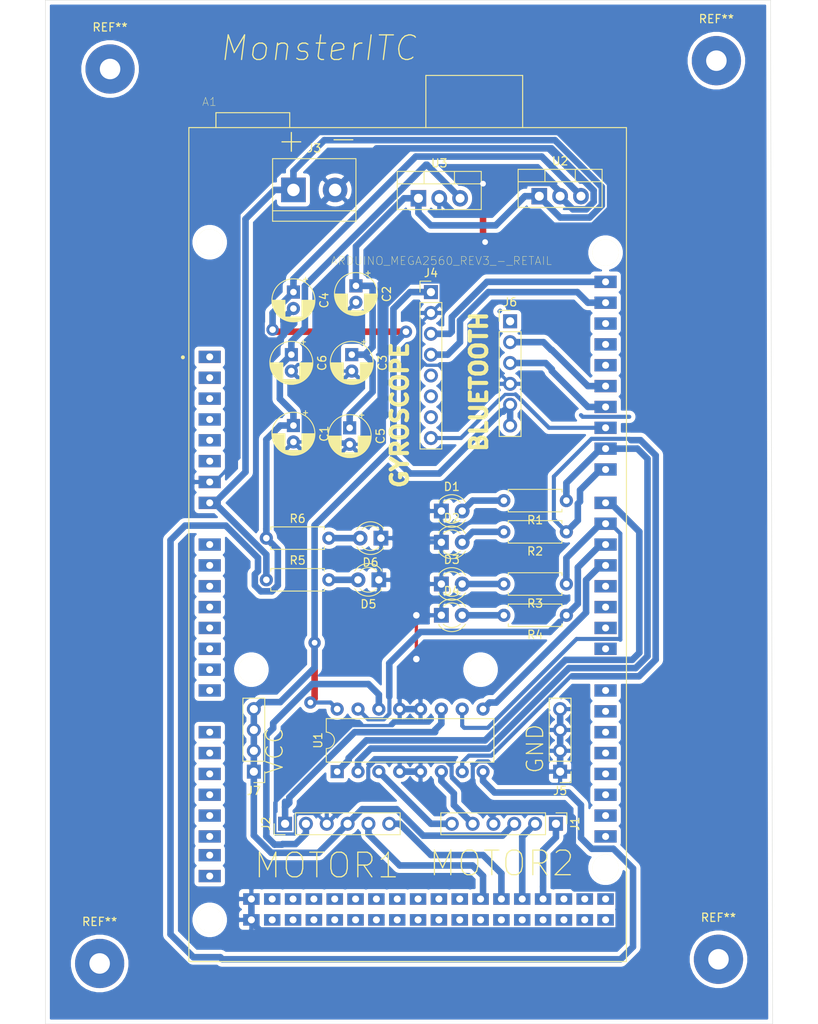
<source format=kicad_pcb>
(kicad_pcb (version 20171130) (host pcbnew "(5.1.2)-2")
  (layers (0 F.Cu signal) (31 B.Cu signal) (34 B.Paste user) (35 F.Paste user) (36 B.SilkS user) (37 F.SilkS user) (38 B.Mask user) (39 F.Mask user) (44 Edge.Cuts user))
  (net 0 "")
  (net 1 "Net-(A1-PadNC)")
  (net 2 "Net-(A1-PadIOREF)")
  (net 3 "Net-(A1-PadRESET)")
  (net 4 "Net-(A1-Pad3V3)")
  (net 5 "Net-(A1-Pad5V_1)")
  (net 6 "Net-(A1-PadGND1)")
  (net 7 GND)
  (net 8 VCC)
  (net 9 "Net-(A1-PadAD0)")
  (net 10 "Net-(A1-PadAD1)")
  (net 11 "Net-(A1-PadAD2)")
  (net 12 "Net-(A1-PadAD3)")
  (net 13 "Net-(A1-PadAD4)")
  (net 14 "Net-(A1-PadAD5)")
  (net 15 "Net-(A1-PadAD6)")
  (net 16 "Net-(A1-PadAD7)")
  (net 17 "Net-(A1-PadAD8)")
  (net 18 "Net-(A1-PadAD9)")
  (net 19 "Net-(A1-PadAD10)")
  (net 20 "Net-(A1-PadAD11)")
  (net 21 "Net-(A1-PadAD12)")
  (net 22 "Net-(A1-PadAD13)")
  (net 23 "Net-(A1-PadAD14)")
  (net 24 "Net-(A1-PadAD15)")
  (net 25 "Net-(A1-Pad53)")
  (net 26 "Net-(A1-Pad52)")
  (net 27 "Net-(A1-Pad51)")
  (net 28 "Net-(A1-Pad50)")
  (net 29 "Net-(A1-Pad49)")
  (net 30 "Net-(A1-Pad48)")
  (net 31 "Net-(A1-Pad46)")
  (net 32 "Net-(A1-Pad47)")
  (net 33 "Net-(A1-Pad44)")
  (net 34 "Net-(A1-Pad45)")
  (net 35 "Net-(A1-Pad42)")
  (net 36 "Net-(A1-Pad43)")
  (net 37 "Net-(A1-Pad40)")
  (net 38 "Net-(A1-Pad41)")
  (net 39 "Net-(A1-Pad38)")
  (net 40 "Net-(A1-Pad39)")
  (net 41 "Net-(A1-Pad36)")
  (net 42 "Net-(A1-Pad37)")
  (net 43 "Net-(A1-Pad34)")
  (net 44 "Net-(A1-Pad35)")
  (net 45 ENC4)
  (net 46 "Net-(A1-Pad33)")
  (net 47 ENC3)
  (net 48 "Net-(A1-Pad31)")
  (net 49 ENC2)
  (net 50 "Net-(A1-Pad29)")
  (net 51 ENC1)
  (net 52 "Net-(A1-Pad27)")
  (net 53 "Net-(A1-Pad24)")
  (net 54 "Net-(A1-Pad25)")
  (net 55 "Net-(A1-Pad22)")
  (net 56 "Net-(A1-Pad23)")
  (net 57 "Net-(A1-Pad5V_2)")
  (net 58 "Net-(A1-Pad5V_3)")
  (net 59 "Net-(A1-Pad21)")
  (net 60 "Net-(A1-Pad20)")
  (net 61 "Net-(A1-Pad19)")
  (net 62 "Net-(A1-Pad18)")
  (net 63 "Net-(A1-Pad17)")
  (net 64 "Net-(A1-Pad16)")
  (net 65 "Net-(A1-Pad15)")
  (net 66 "Net-(A1-Pad14)")
  (net 67 "Net-(A1-Pad0)")
  (net 68 "Net-(A1-Pad1)")
  (net 69 "Net-(A1-Pad2)")
  (net 70 INT)
  (net 71 EN2)
  (net 72 IN4)
  (net 73 IN3)
  (net 74 EN1)
  (net 75 IN2)
  (net 76 IN1)
  (net 77 TX)
  (net 78 RX)
  (net 79 "Net-(A1-Pad13)")
  (net 80 "Net-(A1-PadGND3)")
  (net 81 "Net-(A1-PadAREF)")
  (net 82 SDA)
  (net 83 SCL)
  (net 84 +9V)
  (net 85 +5V)
  (net 86 "Net-(D1-Pad2)")
  (net 87 "Net-(D2-Pad2)")
  (net 88 "Net-(D3-Pad2)")
  (net 89 "Net-(D4-Pad2)")
  (net 90 "Net-(D5-Pad2)")
  (net 91 "Net-(D6-Pad2)")
  (net 92 MOTOR1+)
  (net 93 MOTOR1-)
  (net 94 MOTOR2+)
  (net 95 MOTOR2-)
  (net 96 "Net-(J4-Pad5)")
  (net 97 "Net-(J4-Pad6)")
  (net 98 "Net-(J4-Pad7)")
  (net 99 "Net-(J6-Pad1)")
  (net 100 "Net-(A1-Pad3)")
  (module Connector_Wire:SolderWirePad_1x01_Drill2.5mm (layer F.Cu) (at 82.804 175.768)
    (fp_text reference REF** (at 0 -5.08) (layer F.SilkS))
    (fp_text value SolderWirePad_1x01_Drill2.5mm)
    (pad 1 thru_hole circle (at 0 0) (size 5.99948 5.99948) (drill 2.49936) (layers *.Cu *.Mask))
  )
  (module Connector_Wire:SolderWirePad_1x01_Drill2.5mm (layer F.Cu) (at 84.074 66.802)
    (fp_text reference REF** (at 0 -5.08) (layer F.SilkS))
    (fp_text value SolderWirePad_1x01_Drill2.5mm)
    (pad 1 thru_hole circle (at 0 0) (size 5.99948 5.99948) (drill 2.49936) (layers *.Cu *.Mask))
  )
  (module Connector_Wire:SolderWirePad_1x01_Drill2.5mm (layer F.Cu) (at 157.988 65.786)
    (fp_text reference REF** (at 0 -5.08) (layer F.SilkS))
    (fp_text value SolderWirePad_1x01_Drill2.5mm)
    (pad 1 thru_hole circle (at 0 0) (size 5.99948 5.99948) (drill 2.49936) (layers *.Cu *.Mask))
  )
  (module Connector_Wire:SolderWirePad_1x01_Drill2.5mm (layer F.Cu) (at 158.242 175.26)
    (fp_text reference REF** (at 0 -5.08) (layer F.SilkS))
    (fp_text value SolderWirePad_1x01_Drill2.5mm)
    (pad 1 thru_hole circle (at 0 0) (size 5.99948 5.99948) (drill 2.49936) (layers *.Cu *.Mask))
  )
  (module ARDUINO_MEGA2560_REV3_-_RETAIL:ARDUINO_MEGA2560_REV3_-_RETAIL (layer F.Cu) (at 120.350001 124.735001)
    (fp_text reference A1 (at -24.16 -53.945) (layer F.SilkS) (effects (font (thickness 0.05))))
    (fp_text value ARDUINO_MEGA2560_REV3_-_RETAIL (at 4.109999 -34.565001) (layer F.SilkS) (effects (font (thickness 0.05))))
    (pad NC thru_hole rect (at -24.13 -22.86) (size 2.7 1.5) (drill 0.85) (layers *.Cu *.Mask) (net 1 "Net-(A1-PadNC)"))
    (pad IOREF thru_hole rect (at -24.13 -20.32) (size 2.7 1.5) (drill 0.85) (layers *.Cu *.Mask) (net 2 "Net-(A1-PadIOREF)"))
    (pad RESET thru_hole rect (at -24.13 -17.78) (size 2.7 1.5) (drill 0.85) (layers *.Cu *.Mask) (net 3 "Net-(A1-PadRESET)"))
    (pad 3V3 thru_hole rect (at -24.13 -15.24) (size 2.7 1.5) (drill 0.85) (layers *.Cu *.Mask) (net 4 "Net-(A1-Pad3V3)"))
    (pad 5V_1 thru_hole rect (at -24.13 -12.7) (size 2.7 1.5) (drill 0.85) (layers *.Cu *.Mask) (net 5 "Net-(A1-Pad5V_1)"))
    (pad GND1 thru_hole rect (at -24.13 -10.16) (size 2.7 1.5) (drill 0.85) (layers *.Cu *.Mask) (net 6 "Net-(A1-PadGND1)"))
    (pad GND2 thru_hole rect (at -24.13 -7.62) (size 2.7 1.5) (drill 0.85) (layers *.Cu *.Mask) (net 7 GND))
    (pad VIN thru_hole rect (at -24.13 -5.08) (size 2.7 1.5) (drill 0.85) (layers *.Cu *.Mask) (net 8 VCC))
    (pad AD0 thru_hole rect (at -24.13 0) (size 2.7 1.5) (drill 0.85) (layers *.Cu *.Mask) (net 9 "Net-(A1-PadAD0)"))
    (pad AD1 thru_hole rect (at -24.13 2.54) (size 2.7 1.5) (drill 0.85) (layers *.Cu *.Mask) (net 10 "Net-(A1-PadAD1)"))
    (pad AD2 thru_hole rect (at -24.13 5.08) (size 2.7 1.5) (drill 0.85) (layers *.Cu *.Mask) (net 11 "Net-(A1-PadAD2)"))
    (pad AD3 thru_hole rect (at -24.13 7.62) (size 2.7 1.5) (drill 0.85) (layers *.Cu *.Mask) (net 12 "Net-(A1-PadAD3)"))
    (pad AD4 thru_hole rect (at -24.13 10.16) (size 2.7 1.5) (drill 0.85) (layers *.Cu *.Mask) (net 13 "Net-(A1-PadAD4)"))
    (pad AD5 thru_hole rect (at -24.13 12.7) (size 2.7 1.5) (drill 0.85) (layers *.Cu *.Mask) (net 14 "Net-(A1-PadAD5)"))
    (pad AD6 thru_hole rect (at -24.13 15.24) (size 2.7 1.5) (drill 0.85) (layers *.Cu *.Mask) (net 15 "Net-(A1-PadAD6)"))
    (pad AD7 thru_hole rect (at -24.13 17.78) (size 2.7 1.5) (drill 0.85) (layers *.Cu *.Mask) (net 16 "Net-(A1-PadAD7)"))
    (pad AD8 thru_hole rect (at -24.13 22.86) (size 2.7 1.5) (drill 0.85) (layers *.Cu *.Mask) (net 17 "Net-(A1-PadAD8)"))
    (pad AD9 thru_hole rect (at -24.13 25.4) (size 2.7 1.5) (drill 0.85) (layers *.Cu *.Mask) (net 18 "Net-(A1-PadAD9)"))
    (pad AD10 thru_hole rect (at -24.13 27.94) (size 2.7 1.5) (drill 0.85) (layers *.Cu *.Mask) (net 19 "Net-(A1-PadAD10)"))
    (pad AD11 thru_hole rect (at -24.13 30.48) (size 2.7 1.5) (drill 0.85) (layers *.Cu *.Mask) (net 20 "Net-(A1-PadAD11)"))
    (pad AD12 thru_hole rect (at -24.13 33.02) (size 2.7 1.5) (drill 0.85) (layers *.Cu *.Mask) (net 21 "Net-(A1-PadAD12)"))
    (pad AD13 thru_hole rect (at -24.13 35.56) (size 2.7 1.5) (drill 0.85) (layers *.Cu *.Mask) (net 22 "Net-(A1-PadAD13)"))
    (pad AD14 thru_hole rect (at -24.13 37.846) (size 2.7 1.5) (drill 0.85) (layers *.Cu *.Mask) (net 23 "Net-(A1-PadAD14)"))
    (pad AD15 thru_hole rect (at -24.13 40.386) (size 2.7 1.5) (drill 0.85) (layers *.Cu *.Mask) (net 24 "Net-(A1-PadAD15)"))
    (pad GND5 thru_hole rect (at -19.05 45.72) (size 2 1.4) (drill 0.85) (layers *.Cu *.Mask) (net 7 GND))
    (pad GND4 thru_hole rect (at -19.05 43.18) (size 2 1.4) (drill 0.85) (layers *.Cu *.Mask) (net 7 GND))
    (pad 53 thru_hole rect (at -16.51 45.72) (size 2 1.4) (drill 0.85) (layers *.Cu *.Mask) (net 25 "Net-(A1-Pad53)"))
    (pad 52 thru_hole rect (at -16.51 43.18) (size 2 1.4) (drill 0.85) (layers *.Cu *.Mask) (net 26 "Net-(A1-Pad52)"))
    (pad 51 thru_hole rect (at -13.97 45.72) (size 2 1.4) (drill 0.85) (layers *.Cu *.Mask) (net 27 "Net-(A1-Pad51)"))
    (pad 50 thru_hole rect (at -13.97 43.18) (size 2 1.4) (drill 0.85) (layers *.Cu *.Mask) (net 28 "Net-(A1-Pad50)"))
    (pad 49 thru_hole rect (at -11.43 45.72) (size 2 1.4) (drill 0.85) (layers *.Cu *.Mask) (net 29 "Net-(A1-Pad49)"))
    (pad 48 thru_hole rect (at -11.43 43.18) (size 2 1.4) (drill 0.85) (layers *.Cu *.Mask) (net 30 "Net-(A1-Pad48)"))
    (pad Hole np_thru_hole circle (at -24.13 -36.83) (size 3.2 3.2) (drill 3.2) (layers *.Cu *.Mask F.SilkS))
    (pad Hole np_thru_hole circle (at -19.05 15.24) (size 3.2 3.2) (drill 3.2) (layers *.Cu *.Mask F.SilkS))
    (pad Hole np_thru_hole circle (at 8.89 15.24) (size 3.2 3.2) (drill 3.2) (layers *.Cu *.Mask F.SilkS))
    (pad Hole np_thru_hole circle (at 24.13 -35.56) (size 3.2 3.2) (drill 3.2) (layers *.Cu *.Mask F.SilkS))
    (pad Hole np_thru_hole circle (at -24.13 45.72) (size 3.2 3.2) (drill 3.2) (layers *.Cu *.Mask F.SilkS))
    (pad 46 thru_hole rect (at -8.89 43.18) (size 2 1.4) (drill 0.85) (layers *.Cu *.Mask) (net 31 "Net-(A1-Pad46)"))
    (pad 47 thru_hole rect (at -8.89 45.72) (size 2 1.4) (drill 0.85) (layers *.Cu *.Mask) (net 32 "Net-(A1-Pad47)"))
    (pad 44 thru_hole rect (at -6.35 43.18) (size 2 1.4) (drill 0.85) (layers *.Cu *.Mask) (net 33 "Net-(A1-Pad44)"))
    (pad 45 thru_hole rect (at -6.35 45.72) (size 2 1.4) (drill 0.85) (layers *.Cu *.Mask) (net 34 "Net-(A1-Pad45)"))
    (pad 42 thru_hole rect (at -3.81 43.18) (size 2 1.4) (drill 0.85) (layers *.Cu *.Mask) (net 35 "Net-(A1-Pad42)"))
    (pad 43 thru_hole rect (at -3.81 45.72) (size 2 1.4) (drill 0.85) (layers *.Cu *.Mask) (net 36 "Net-(A1-Pad43)"))
    (pad 40 thru_hole rect (at -1.27 43.18) (size 2 1.4) (drill 0.85) (layers *.Cu *.Mask) (net 37 "Net-(A1-Pad40)"))
    (pad 41 thru_hole rect (at -1.27 45.72) (size 2 1.4) (drill 0.85) (layers *.Cu *.Mask) (net 38 "Net-(A1-Pad41)"))
    (pad 38 thru_hole rect (at 1.27 43.18) (size 2 1.4) (drill 0.85) (layers *.Cu *.Mask) (net 39 "Net-(A1-Pad38)"))
    (pad 39 thru_hole rect (at 1.27 45.72) (size 2 1.4) (drill 0.85) (layers *.Cu *.Mask) (net 40 "Net-(A1-Pad39)"))
    (pad 36 thru_hole rect (at 3.81 43.18) (size 2 1.4) (drill 0.85) (layers *.Cu *.Mask) (net 41 "Net-(A1-Pad36)"))
    (pad 37 thru_hole rect (at 3.81 45.72) (size 2 1.4) (drill 0.85) (layers *.Cu *.Mask) (net 42 "Net-(A1-Pad37)"))
    (pad 34 thru_hole rect (at 6.35 43.18) (size 2 1.4) (drill 0.85) (layers *.Cu *.Mask) (net 43 "Net-(A1-Pad34)"))
    (pad 35 thru_hole rect (at 6.35 45.72) (size 2 1.4) (drill 0.85) (layers *.Cu *.Mask) (net 44 "Net-(A1-Pad35)"))
    (pad 32 thru_hole rect (at 8.89 43.18) (size 2 1.4) (drill 0.85) (layers *.Cu *.Mask) (net 45 ENC4))
    (pad 33 thru_hole rect (at 8.89 45.72) (size 2 1.4) (drill 0.85) (layers *.Cu *.Mask) (net 46 "Net-(A1-Pad33)"))
    (pad 30 thru_hole rect (at 11.43 43.18) (size 2 1.4) (drill 0.85) (layers *.Cu *.Mask) (net 47 ENC3))
    (pad 31 thru_hole rect (at 11.43 45.72) (size 2 1.4) (drill 0.85) (layers *.Cu *.Mask) (net 48 "Net-(A1-Pad31)"))
    (pad 28 thru_hole rect (at 13.97 43.18) (size 2 1.4) (drill 0.85) (layers *.Cu *.Mask) (net 49 ENC2))
    (pad 29 thru_hole rect (at 13.97 45.72) (size 2 1.4) (drill 0.85) (layers *.Cu *.Mask) (net 50 "Net-(A1-Pad29)"))
    (pad 26 thru_hole rect (at 16.51 43.18) (size 2 1.4) (drill 0.85) (layers *.Cu *.Mask) (net 51 ENC1))
    (pad 27 thru_hole rect (at 16.51 45.72) (size 2 1.4) (drill 0.85) (layers *.Cu *.Mask) (net 52 "Net-(A1-Pad27)"))
    (pad 24 thru_hole rect (at 19.05 43.18) (size 2 1.4) (drill 0.85) (layers *.Cu *.Mask) (net 53 "Net-(A1-Pad24)"))
    (pad 25 thru_hole rect (at 19.05 45.72) (size 2 1.4) (drill 0.85) (layers *.Cu *.Mask) (net 54 "Net-(A1-Pad25)"))
    (pad 22 thru_hole rect (at 21.59 43.18) (size 2 1.4) (drill 0.85) (layers *.Cu *.Mask) (net 55 "Net-(A1-Pad22)"))
    (pad 23 thru_hole rect (at 21.59 45.72) (size 2 1.4) (drill 0.85) (layers *.Cu *.Mask) (net 56 "Net-(A1-Pad23)"))
    (pad 5V_2 thru_hole rect (at 24.13 43.18) (size 2 1.4) (drill 0.85) (layers *.Cu *.Mask) (net 57 "Net-(A1-Pad5V_2)"))
    (pad 5V_3 thru_hole rect (at 24.13 45.72) (size 2 1.4) (drill 0.85) (layers *.Cu *.Mask) (net 58 "Net-(A1-Pad5V_3)"))
    (pad 21 thru_hole rect (at 24.13 35.56) (size 2.7 1.5) (drill 0.85) (layers *.Cu *.Mask) (net 59 "Net-(A1-Pad21)"))
    (pad 20 thru_hole rect (at 24.13 33.02) (size 2.7 1.5) (drill 0.85) (layers *.Cu *.Mask) (net 60 "Net-(A1-Pad20)"))
    (pad 19 thru_hole rect (at 24.13 30.48) (size 2.7 1.5) (drill 0.85) (layers *.Cu *.Mask) (net 61 "Net-(A1-Pad19)"))
    (pad 18 thru_hole rect (at 24.13 27.94) (size 2.7 1.5) (drill 0.85) (layers *.Cu *.Mask) (net 62 "Net-(A1-Pad18)"))
    (pad 17 thru_hole rect (at 24.13 25.4) (size 2.7 1.5) (drill 0.85) (layers *.Cu *.Mask) (net 63 "Net-(A1-Pad17)"))
    (pad 16 thru_hole rect (at 24.13 22.86) (size 2.7 1.5) (drill 0.85) (layers *.Cu *.Mask) (net 64 "Net-(A1-Pad16)"))
    (pad 15 thru_hole rect (at 24.13 20.32) (size 2.7 1.5) (drill 0.85) (layers *.Cu *.Mask) (net 65 "Net-(A1-Pad15)"))
    (pad 14 thru_hole rect (at 24.13 17.78) (size 2.7 1.5) (drill 0.85) (layers *.Cu *.Mask) (net 66 "Net-(A1-Pad14)"))
    (pad 0 thru_hole rect (at 24.13 12.7) (size 2.7 1.5) (drill 0.85) (layers *.Cu *.Mask) (net 67 "Net-(A1-Pad0)"))
    (pad 1 thru_hole rect (at 24.13 10.16) (size 2.7 1.5) (drill 0.85) (layers *.Cu *.Mask) (net 68 "Net-(A1-Pad1)"))
    (pad 2 thru_hole rect (at 24.13 7.62) (size 2.7 1.5) (drill 0.85) (layers *.Cu *.Mask) (net 69 "Net-(A1-Pad2)"))
    (pad 3 thru_hole rect (at 24.13 5.08) (size 2.7 1.5) (drill 0.85) (layers *.Cu *.Mask) (net 100 "Net-(A1-Pad3)"))
    (pad 4 thru_hole rect (at 24.13 2.54) (size 2.7 1.5) (drill 0.85) (layers *.Cu *.Mask) (net 71 EN2))
    (pad 5 thru_hole rect (at 24.13 0) (size 2.7 1.5) (drill 0.85) (layers *.Cu *.Mask) (net 72 IN4))
    (pad 6 thru_hole rect (at 24.13 -2.54) (size 2.7 1.5) (drill 0.85) (layers *.Cu *.Mask) (net 73 IN3))
    (pad 7 thru_hole rect (at 24.13 -5.08) (size 2.7 1.5) (drill 0.85) (layers *.Cu *.Mask) (net 74 EN1))
    (pad 8 thru_hole rect (at 24.13 -9.144) (size 2.7 1.5) (drill 0.85) (layers *.Cu *.Mask) (net 75 IN2))
    (pad 9 thru_hole rect (at 24.13 -11.684) (size 2.7 1.5) (drill 0.85) (layers *.Cu *.Mask) (net 76 IN1))
    (pad 10 thru_hole rect (at 24.13 -14.224) (size 2.7 1.5) (drill 0.85) (layers *.Cu *.Mask) (net 70 INT))
    (pad 11 thru_hole rect (at 24.13 -16.764) (size 2.7 1.5) (drill 0.85) (layers *.Cu *.Mask) (net 77 TX))
    (pad 12 thru_hole rect (at 24.13 -19.304) (size 2.7 1.5) (drill 0.85) (layers *.Cu *.Mask) (net 78 RX))
    (pad 13 thru_hole rect (at 24.13 -21.844) (size 2.7 1.5) (drill 0.85) (layers *.Cu *.Mask) (net 79 "Net-(A1-Pad13)"))
    (pad GND3 thru_hole rect (at 24.13 -24.384) (size 2.7 1.5) (drill 0.85) (layers *.Cu *.Mask) (net 80 "Net-(A1-PadGND3)"))
    (pad AREF thru_hole rect (at 24.13 -26.924) (size 2.7 1.5) (drill 0.85) (layers *.Cu *.Mask) (net 81 "Net-(A1-PadAREF)"))
    (pad SDA thru_hole rect (at 24.13 -29.464) (size 2.7 1.5) (drill 0.85) (layers *.Cu *.Mask) (net 82 SDA))
    (pad SCL thru_hole rect (at 24.13 -32.004) (size 2.7 1.5) (drill 0.85) (layers *.Cu *.Mask) (net 83 SCL))
    (pad Hole np_thru_hole circle (at 24.13 39.37) (size 3.2 3.2) (drill 3.2) (layers *.Cu *.Mask F.SilkS))
  )
  (module Capacitor_THT:CP_Radial_D5.0mm_P2.00mm (layer F.Cu) (at 106.426 110.236 270)
    (fp_text reference C1 (at 1 -3.75 90) (layer F.SilkS))
    (fp_text value 0.1uF)
    (pad 2 thru_hole circle (at 2 0 270) (size 1.6 1.6) (drill 0.8) (layers *.Cu *.Mask) (net 7 GND))
    (pad 1 thru_hole rect (at 0 0 270) (size 1.6 1.6) (drill 0.8) (layers *.Cu *.Mask) (net 84 +9V))
  )
  (module Capacitor_THT:CP_Radial_D5.0mm_P2.00mm (layer F.Cu) (at 114.046 93.218 270)
    (fp_text reference C2 (at 1 -3.75 90) (layer F.SilkS))
    (fp_text value 0.33uF)
    (pad 1 thru_hole rect (at 0 0 270) (size 1.6 1.6) (drill 0.8) (layers *.Cu *.Mask) (net 8 VCC))
    (pad 2 thru_hole circle (at 2 0 270) (size 1.6 1.6) (drill 0.8) (layers *.Cu *.Mask) (net 7 GND))
  )
  (module Capacitor_THT:CP_Radial_D5.0mm_P2.00mm (layer F.Cu) (at 113.538 101.6 270)
    (fp_text reference C3 (at 1 -3.75 90) (layer F.SilkS))
    (fp_text value 0.1uf)
    (pad 2 thru_hole circle (at 2 0 270) (size 1.6 1.6) (drill 0.8) (layers *.Cu *.Mask) (net 7 GND))
    (pad 1 thru_hole rect (at 0 0 270) (size 1.6 1.6) (drill 0.8) (layers *.Cu *.Mask) (net 8 VCC))
  )
  (module Capacitor_THT:CP_Radial_D5.0mm_P2.00mm (layer F.Cu) (at 106.426 93.98 270)
    (fp_text reference C4 (at 1 -3.75 90) (layer F.SilkS))
    (fp_text value 0.1uF)
    (pad 1 thru_hole rect (at 0 0 270) (size 1.6 1.6) (drill 0.8) (layers *.Cu *.Mask) (net 85 +5V))
    (pad 2 thru_hole circle (at 2 0 270) (size 1.6 1.6) (drill 0.8) (layers *.Cu *.Mask) (net 7 GND))
  )
  (module Capacitor_THT:CP_Radial_D5.0mm_P2.00mm (layer F.Cu) (at 113.284 110.522 270)
    (fp_text reference C5 (at 1 -3.75 90) (layer F.SilkS))
    (fp_text value 0.33uF)
    (pad 1 thru_hole rect (at 0 0 270) (size 1.6 1.6) (drill 0.8) (layers *.Cu *.Mask) (net 8 VCC))
    (pad 2 thru_hole circle (at 2 0 270) (size 1.6 1.6) (drill 0.8) (layers *.Cu *.Mask) (net 7 GND))
  )
  (module Capacitor_THT:CP_Radial_D5.0mm_P2.00mm (layer F.Cu) (at 106.172 101.6 270)
    (fp_text reference C6 (at 1 -3.75 90) (layer F.SilkS))
    (fp_text value 0.1uF)
    (pad 2 thru_hole circle (at 2 0 270) (size 1.6 1.6) (drill 0.8) (layers *.Cu *.Mask) (net 7 GND))
    (pad 1 thru_hole rect (at 0 0 270) (size 1.6 1.6) (drill 0.8) (layers *.Cu *.Mask) (net 84 +9V))
  )
  (module LED_THT:LED_D3.0mm (layer F.Cu) (at 124.46 120.65)
    (fp_text reference D1 (at 1.27 -2.96) (layer F.SilkS))
    (fp_text value LED)
    (pad 1 thru_hole rect (at 0 0) (size 1.8 1.8) (drill 0.9) (layers *.Cu *.Mask) (net 7 GND))
    (pad 2 thru_hole circle (at 2.54 0) (size 1.8 1.8) (drill 0.9) (layers *.Cu *.Mask) (net 86 "Net-(D1-Pad2)"))
  )
  (module LED_THT:LED_D3.0mm (layer F.Cu) (at 124.46 124.46)
    (fp_text reference D2 (at 1.27 -2.96) (layer F.SilkS))
    (fp_text value LED)
    (pad 2 thru_hole circle (at 2.54 0) (size 1.8 1.8) (drill 0.9) (layers *.Cu *.Mask) (net 87 "Net-(D2-Pad2)"))
    (pad 1 thru_hole rect (at 0 0) (size 1.8 1.8) (drill 0.9) (layers *.Cu *.Mask) (net 7 GND))
  )
  (module LED_THT:LED_D3.0mm (layer F.Cu) (at 124.46 129.54)
    (fp_text reference D3 (at 1.27 -2.96) (layer F.SilkS))
    (fp_text value LED)
    (pad 2 thru_hole circle (at 2.54 0) (size 1.8 1.8) (drill 0.9) (layers *.Cu *.Mask) (net 88 "Net-(D3-Pad2)"))
    (pad 1 thru_hole rect (at 0 0) (size 1.8 1.8) (drill 0.9) (layers *.Cu *.Mask) (net 7 GND))
  )
  (module LED_THT:LED_D3.0mm (layer F.Cu) (at 124.46 133.35)
    (fp_text reference D4 (at 1.27 -2.96) (layer F.SilkS))
    (fp_text value LED)
    (pad 1 thru_hole rect (at 0 0) (size 1.8 1.8) (drill 0.9) (layers *.Cu *.Mask) (net 7 GND))
    (pad 2 thru_hole circle (at 2.54 0) (size 1.8 1.8) (drill 0.9) (layers *.Cu *.Mask) (net 89 "Net-(D4-Pad2)"))
  )
  (module LED_THT:LED_D3.0mm (layer F.Cu) (at 116.84 129.032 180)
    (fp_text reference D5 (at 1.27 -2.96) (layer F.SilkS))
    (fp_text value LED)
    (pad 1 thru_hole rect (at 0 0 180) (size 1.8 1.8) (drill 0.9) (layers *.Cu *.Mask) (net 7 GND))
    (pad 2 thru_hole circle (at 2.54 0 180) (size 1.8 1.8) (drill 0.9) (layers *.Cu *.Mask) (net 90 "Net-(D5-Pad2)"))
  )
  (module LED_THT:LED_D3.0mm (layer F.Cu) (at 117.094 123.952 180)
    (fp_text reference D6 (at 1.27 -2.96) (layer F.SilkS))
    (fp_text value LED)
    (pad 2 thru_hole circle (at 2.54 0 180) (size 1.8 1.8) (drill 0.9) (layers *.Cu *.Mask) (net 91 "Net-(D6-Pad2)"))
    (pad 1 thru_hole rect (at 0 0 180) (size 1.8 1.8) (drill 0.9) (layers *.Cu *.Mask) (net 7 GND))
  )
  (module Connector_PinHeader_2.54mm:PinHeader_1x06_P2.54mm_Vertical (layer F.Cu) (at 138.43 158.75 270)
    (fp_text reference J1 (at 0 -2.33 90) (layer F.SilkS))
    (fp_text value MOTOR1)
    (pad 6 thru_hole oval (at 0 12.7 270) (size 1.7 1.7) (drill 1) (layers *.Cu *.Mask) (net 92 MOTOR1+))
    (pad 5 thru_hole oval (at 0 10.16 270) (size 1.7 1.7) (drill 1) (layers *.Cu *.Mask) (net 93 MOTOR1-))
    (pad 4 thru_hole oval (at 0 7.62 270) (size 1.7 1.7) (drill 1) (layers *.Cu *.Mask) (net 7 GND))
    (pad 3 thru_hole oval (at 0 5.08 270) (size 1.7 1.7) (drill 1) (layers *.Cu *.Mask) (net 85 +5V))
    (pad 2 thru_hole oval (at 0 2.54 270) (size 1.7 1.7) (drill 1) (layers *.Cu *.Mask) (net 49 ENC2))
    (pad 1 thru_hole rect (at 0 0 270) (size 1.7 1.7) (drill 1) (layers *.Cu *.Mask) (net 51 ENC1))
  )
  (module Connector_PinHeader_2.54mm:PinHeader_1x06_P2.54mm_Vertical (layer F.Cu) (at 105.41 158.75 90)
    (fp_text reference J2 (at 0 -2.33 90) (layer F.SilkS))
    (fp_text value MOTOR2)
    (pad 1 thru_hole rect (at 0 0 90) (size 1.7 1.7) (drill 1) (layers *.Cu *.Mask) (net 94 MOTOR2+))
    (pad 2 thru_hole oval (at 0 2.54 90) (size 1.7 1.7) (drill 1) (layers *.Cu *.Mask) (net 95 MOTOR2-))
    (pad 3 thru_hole oval (at 0 5.08 90) (size 1.7 1.7) (drill 1) (layers *.Cu *.Mask) (net 7 GND))
    (pad 4 thru_hole oval (at 0 7.62 90) (size 1.7 1.7) (drill 1) (layers *.Cu *.Mask) (net 85 +5V))
    (pad 5 thru_hole oval (at 0 10.16 90) (size 1.7 1.7) (drill 1) (layers *.Cu *.Mask) (net 45 ENC4))
    (pad 6 thru_hole oval (at 0 12.7 90) (size 1.7 1.7) (drill 1) (layers *.Cu *.Mask) (net 47 ENC3))
  )
  (module TerminalBlock:TerminalBlock_bornier-2_P5.08mm (layer F.Cu) (at 106.426 81.534)
    (fp_text reference J3 (at 2.54 -5.08) (layer F.SilkS))
    (fp_text value POWER_IN)
    (pad 1 thru_hole rect (at 0 0) (size 3 3) (drill 1.52) (layers *.Cu *.Mask) (net 8 VCC))
    (pad 2 thru_hole circle (at 5.08 0) (size 3 3) (drill 1.52) (layers *.Cu *.Mask) (net 7 GND))
  )
  (module Connector_PinHeader_2.54mm:PinHeader_1x08_P2.54mm_Vertical (layer F.Cu) (at 123.19 93.98)
    (fp_text reference J4 (at 0 -2.33) (layer F.SilkS))
    (fp_text value GYROSCOPE)
    (pad 1 thru_hole rect (at 0 0) (size 1.7 1.7) (drill 1) (layers *.Cu *.Mask) (net 85 +5V))
    (pad 2 thru_hole oval (at 0 2.54) (size 1.7 1.7) (drill 1) (layers *.Cu *.Mask) (net 7 GND))
    (pad 3 thru_hole oval (at 0 5.08) (size 1.7 1.7) (drill 1) (layers *.Cu *.Mask) (net 83 SCL))
    (pad 4 thru_hole oval (at 0 7.62) (size 1.7 1.7) (drill 1) (layers *.Cu *.Mask) (net 82 SDA))
    (pad 5 thru_hole oval (at 0 10.16) (size 1.7 1.7) (drill 1) (layers *.Cu *.Mask) (net 96 "Net-(J4-Pad5)"))
    (pad 6 thru_hole oval (at 0 12.7) (size 1.7 1.7) (drill 1) (layers *.Cu *.Mask) (net 97 "Net-(J4-Pad6)"))
    (pad 7 thru_hole oval (at 0 15.24) (size 1.7 1.7) (drill 1) (layers *.Cu *.Mask) (net 98 "Net-(J4-Pad7)"))
    (pad 8 thru_hole oval (at 0 17.78) (size 1.7 1.7) (drill 1) (layers *.Cu *.Mask) (net 70 INT))
  )
  (module Connector_PinHeader_2.54mm:PinHeader_1x04_P2.54mm_Vertical (layer F.Cu) (at 138.938 152.4 180)
    (fp_text reference J5 (at 0 -2.33) (layer F.SilkS))
    (fp_text value GND)
    (pad 1 thru_hole rect (at 0 0 180) (size 1.7 1.7) (drill 1) (layers *.Cu *.Mask) (net 7 GND))
    (pad 2 thru_hole oval (at 0 2.54 180) (size 1.7 1.7) (drill 1) (layers *.Cu *.Mask) (net 7 GND))
    (pad 3 thru_hole oval (at 0 5.08 180) (size 1.7 1.7) (drill 1) (layers *.Cu *.Mask) (net 7 GND))
    (pad 4 thru_hole oval (at 0 7.62 180) (size 1.7 1.7) (drill 1) (layers *.Cu *.Mask) (net 7 GND))
  )
  (module Connector_PinHeader_2.54mm:PinHeader_1x06_P2.54mm_Vertical (layer F.Cu) (at 132.842 97.536)
    (fp_text reference J6 (at 0 -2.33) (layer F.SilkS))
    (fp_text value bluetooth)
    (pad 1 thru_hole rect (at 0 0) (size 1.7 1.7) (drill 1) (layers *.Cu *.Mask) (net 99 "Net-(J6-Pad1)"))
    (pad 2 thru_hole oval (at 0 2.54) (size 1.7 1.7) (drill 1) (layers *.Cu *.Mask) (net 78 RX))
    (pad 3 thru_hole oval (at 0 5.08) (size 1.7 1.7) (drill 1) (layers *.Cu *.Mask) (net 77 TX))
    (pad 4 thru_hole oval (at 0 7.62) (size 1.7 1.7) (drill 1) (layers *.Cu *.Mask) (net 7 GND))
    (pad 5 thru_hole oval (at 0 10.16) (size 1.7 1.7) (drill 1) (layers *.Cu *.Mask) (net 85 +5V))
    (pad 6 thru_hole oval (at 0 12.7) (size 1.7 1.7) (drill 1) (layers *.Cu *.Mask) (net 85 +5V))
  )
  (module Connector_PinHeader_2.54mm:PinHeader_1x04_P2.54mm_Vertical (layer F.Cu) (at 101.6 152.4 180)
    (fp_text reference J7 (at 0 -2.33) (layer F.SilkS))
    (fp_text value VCC)
    (pad 4 thru_hole oval (at 0 7.62 180) (size 1.7 1.7) (drill 1) (layers *.Cu *.Mask) (net 85 +5V))
    (pad 3 thru_hole oval (at 0 5.08 180) (size 1.7 1.7) (drill 1) (layers *.Cu *.Mask) (net 85 +5V))
    (pad 2 thru_hole oval (at 0 2.54 180) (size 1.7 1.7) (drill 1) (layers *.Cu *.Mask) (net 85 +5V))
    (pad 1 thru_hole rect (at 0 0 180) (size 1.7 1.7) (drill 1) (layers *.Cu *.Mask) (net 85 +5V))
  )
  (module Resistor_THT:R_Axial_DIN0207_L6.3mm_D2.5mm_P7.62mm_Horizontal (layer F.Cu) (at 139.7 119.38 180)
    (fp_text reference R1 (at 3.81 -2.37) (layer F.SilkS))
    (fp_text value 1k)
    (pad 2 thru_hole oval (at 7.62 0 180) (size 1.6 1.6) (drill 0.8) (layers *.Cu *.Mask) (net 86 "Net-(D1-Pad2)"))
    (pad 1 thru_hole circle (at 0 0 180) (size 1.6 1.6) (drill 0.8) (layers *.Cu *.Mask) (net 76 IN1))
  )
  (module Resistor_THT:R_Axial_DIN0207_L6.3mm_D2.5mm_P7.62mm_Horizontal (layer F.Cu) (at 139.7 123.19 180)
    (fp_text reference R2 (at 3.81 -2.37) (layer F.SilkS))
    (fp_text value 1k)
    (pad 1 thru_hole circle (at 0 0 180) (size 1.6 1.6) (drill 0.8) (layers *.Cu *.Mask) (net 75 IN2))
    (pad 2 thru_hole oval (at 7.62 0 180) (size 1.6 1.6) (drill 0.8) (layers *.Cu *.Mask) (net 87 "Net-(D2-Pad2)"))
  )
  (module Resistor_THT:R_Axial_DIN0207_L6.3mm_D2.5mm_P7.62mm_Horizontal (layer F.Cu) (at 139.7 129.54 180)
    (fp_text reference R3 (at 3.81 -2.37) (layer F.SilkS))
    (fp_text value 1k)
    (pad 2 thru_hole oval (at 7.62 0 180) (size 1.6 1.6) (drill 0.8) (layers *.Cu *.Mask) (net 88 "Net-(D3-Pad2)"))
    (pad 1 thru_hole circle (at 0 0 180) (size 1.6 1.6) (drill 0.8) (layers *.Cu *.Mask) (net 73 IN3))
  )
  (module Resistor_THT:R_Axial_DIN0207_L6.3mm_D2.5mm_P7.62mm_Horizontal (layer F.Cu) (at 139.7 133.35 180)
    (fp_text reference R4 (at 3.81 -2.37) (layer F.SilkS))
    (fp_text value 1k)
    (pad 1 thru_hole circle (at 0 0 180) (size 1.6 1.6) (drill 0.8) (layers *.Cu *.Mask) (net 72 IN4))
    (pad 2 thru_hole oval (at 7.62 0 180) (size 1.6 1.6) (drill 0.8) (layers *.Cu *.Mask) (net 89 "Net-(D4-Pad2)"))
  )
  (module Resistor_THT:R_Axial_DIN0207_L6.3mm_D2.5mm_P7.62mm_Horizontal (layer F.Cu) (at 103.124 129.032)
    (fp_text reference R5 (at 3.81 -2.37) (layer F.SilkS))
    (fp_text value 1k)
    (pad 1 thru_hole circle (at 0 0) (size 1.6 1.6) (drill 0.8) (layers *.Cu *.Mask) (net 8 VCC))
    (pad 2 thru_hole oval (at 7.62 0) (size 1.6 1.6) (drill 0.8) (layers *.Cu *.Mask) (net 90 "Net-(D5-Pad2)"))
  )
  (module Resistor_THT:R_Axial_DIN0207_L6.3mm_D2.5mm_P7.62mm_Horizontal (layer F.Cu) (at 103.124 123.952)
    (fp_text reference R6 (at 3.81 -2.37) (layer F.SilkS))
    (fp_text value 1k)
    (pad 2 thru_hole oval (at 7.62 0) (size 1.6 1.6) (drill 0.8) (layers *.Cu *.Mask) (net 91 "Net-(D6-Pad2)"))
    (pad 1 thru_hole circle (at 0 0) (size 1.6 1.6) (drill 0.8) (layers *.Cu *.Mask) (net 84 +9V))
  )
  (module Package_DIP:DIP-16_W7.62mm (layer F.Cu) (at 111.76 152.4 90)
    (fp_text reference U1 (at 3.81 -2.33 90) (layer F.SilkS))
    (fp_text value L293D)
    (pad 1 thru_hole rect (at 0 0 90) (size 1.6 1.6) (drill 0.8) (layers *.Cu *.Mask) (net 74 EN1))
    (pad 9 thru_hole oval (at 7.62 17.78 90) (size 1.6 1.6) (drill 0.8) (layers *.Cu *.Mask) (net 71 EN2))
    (pad 2 thru_hole oval (at 0 2.54 90) (size 1.6 1.6) (drill 0.8) (layers *.Cu *.Mask) (net 76 IN1))
    (pad 10 thru_hole oval (at 7.62 15.24 90) (size 1.6 1.6) (drill 0.8) (layers *.Cu *.Mask) (net 73 IN3))
    (pad 3 thru_hole oval (at 0 5.08 90) (size 1.6 1.6) (drill 0.8) (layers *.Cu *.Mask) (net 92 MOTOR1+))
    (pad 11 thru_hole oval (at 7.62 12.7 90) (size 1.6 1.6) (drill 0.8) (layers *.Cu *.Mask) (net 94 MOTOR2+))
    (pad 4 thru_hole oval (at 0 7.62 90) (size 1.6 1.6) (drill 0.8) (layers *.Cu *.Mask) (net 7 GND))
    (pad 12 thru_hole oval (at 7.62 10.16 90) (size 1.6 1.6) (drill 0.8) (layers *.Cu *.Mask) (net 7 GND))
    (pad 5 thru_hole oval (at 0 10.16 90) (size 1.6 1.6) (drill 0.8) (layers *.Cu *.Mask) (net 7 GND))
    (pad 13 thru_hole oval (at 7.62 7.62 90) (size 1.6 1.6) (drill 0.8) (layers *.Cu *.Mask) (net 7 GND))
    (pad 6 thru_hole oval (at 0 12.7 90) (size 1.6 1.6) (drill 0.8) (layers *.Cu *.Mask) (net 93 MOTOR1-))
    (pad 14 thru_hole oval (at 7.62 5.08 90) (size 1.6 1.6) (drill 0.8) (layers *.Cu *.Mask) (net 95 MOTOR2-))
    (pad 7 thru_hole oval (at 0 15.24 90) (size 1.6 1.6) (drill 0.8) (layers *.Cu *.Mask) (net 75 IN2))
    (pad 15 thru_hole oval (at 7.62 2.54 90) (size 1.6 1.6) (drill 0.8) (layers *.Cu *.Mask) (net 72 IN4))
    (pad 8 thru_hole oval (at 0 17.78 90) (size 1.6 1.6) (drill 0.8) (layers *.Cu *.Mask) (net 84 +9V))
    (pad 16 thru_hole oval (at 7.62 0 90) (size 1.6 1.6) (drill 0.8) (layers *.Cu *.Mask) (net 85 +5V))
  )
  (module Package_TO_SOT_THT:TO-220-3_Vertical (layer F.Cu) (at 136.398 82.296)
    (fp_text reference U2 (at 2.54 -4.27) (layer F.SilkS))
    (fp_text value LM7805_TO220)
    (pad 1 thru_hole rect (at 0 0) (size 1.905 2) (drill 1.1) (layers *.Cu *.Mask) (net 8 VCC))
    (pad 2 thru_hole oval (at 2.54 0) (size 1.905 2) (drill 1.1) (layers *.Cu *.Mask) (net 7 GND))
    (pad 3 thru_hole oval (at 5.08 0) (size 1.905 2) (drill 1.1) (layers *.Cu *.Mask) (net 85 +5V))
  )
  (module Package_TO_SOT_THT:TO-220-3_Vertical (layer F.Cu) (at 121.666 82.55)
    (fp_text reference U3 (at 2.54 -4.27) (layer F.SilkS))
    (fp_text value LM7809_TO220)
    (pad 3 thru_hole oval (at 5.08 0) (size 1.905 2) (drill 1.1) (layers *.Cu *.Mask) (net 84 +9V))
    (pad 2 thru_hole oval (at 2.54 0) (size 1.905 2) (drill 1.1) (layers *.Cu *.Mask) (net 7 GND))
    (pad 1 thru_hole rect (at 0 0) (size 1.905 2) (drill 1.1) (layers *.Cu *.Mask) (net 8 VCC))
  )
  (gr_text "GYROSCOPE\n" (at 119.38 108.966 90) (layer F.SilkS) (effects (font (size 2 2) (thickness 0.5))))
  (gr_text BLUETOOTH (at 129.032 104.902 90) (layer F.SilkS) (effects (font (size 2 2) (thickness 0.5))))
  (gr_text VCC (at 104.14 149.86 90) (layer F.SilkS) (effects (font (size 2 2))))
  (gr_text GND (at 135.89 149.606 90) (layer F.SilkS) (effects (font (size 2 2))))
  (gr_text "MOTOR2\n" (at 131.826 163.576) (layer F.SilkS) (effects (font (size 3 3))))
  (gr_text "MOTOR1\n" (at 110.49 163.83) (layer F.SilkS) (effects (font (size 3 3))))
  (gr_text - (at 112.522 75.184) (layer F.SilkS) (effects (font (size 3 3))))
  (gr_text "+\n" (at 106.172 75.438) (layer F.SilkS) (effects (font (size 3 3))))
  (gr_text MonsterITC (at 109.474 64.262) (layer F.SilkS) (effects (font (size 3 3) (thickness 0.15) italic)))
  (gr_line (start 164.592 58.42) (end 76.2 58.42) (layer Edge.Cuts) (width 0.05))
  (gr_line (start 164.846 183.134) (end 164.592 58.42) (layer Edge.Cuts) (width 0.05))
  (gr_line (start 76.2 183.134) (end 164.846 183.134) (layer Edge.Cuts) (width 0.05))
  (gr_line (start 76.2 58.42) (end 76.2 183.134) (layer Edge.Cuts) (width 0.05))
  (segment (start 141.683002 109.171002) (end 147.368998 109.171002) (width 0.5) (layer B.Cu) (net 0))
  (segment (start 141.478 108.966) (end 141.683002 109.171002) (width 0.5) (layer B.Cu) (net 0))
  (via (at 129.794 87.884) (size 1.5) (drill 0.7) (layers F.Cu B.Cu) (net 7))
  (via (at 129.54 80.772) (size 1.8) (drill 0.7) (layers F.Cu B.Cu) (net 7))
  (segment (start 101.300001 167.915001) (end 101.300001 170.455001) (width 0.8) (layer B.Cu) (net 7))
  (segment (start 119.38 144.78) (end 121.92 144.78) (width 0.8) (layer B.Cu) (net 7))
  (segment (start 119.38 152.4) (end 121.92 152.4) (width 0.8) (layer B.Cu) (net 7))
  (segment (start 138.938 144.78) (end 138.938 147.32) (width 0.8) (layer B.Cu) (net 7))
  (segment (start 138.938 147.32) (end 138.938 149.352) (width 0.8) (layer B.Cu) (net 7))
  (segment (start 138.938 149.352) (end 138.938 149.86) (width 0.8) (layer B.Cu) (net 7))
  (segment (start 138.938 149.86) (end 138.938 152.4) (width 0.8) (layer B.Cu) (net 7))
  (segment (start 137.830501 80.695999) (end 132.918001 80.695999) (width 0.8) (layer B.Cu) (net 7))
  (segment (start 138.938 82.296) (end 138.938 81.803498) (width 0.8) (layer B.Cu) (net 7))
  (segment (start 138.938 81.803498) (end 137.830501 80.695999) (width 0.8) (layer B.Cu) (net 7))
  (segment (start 124.206 82.5975) (end 124.206 82.55) (width 0.8) (layer B.Cu) (net 7))
  (segment (start 125.9585 84.35) (end 124.206 82.5975) (width 0.8) (layer B.Cu) (net 7))
  (segment (start 129.264 84.35) (end 125.9585 84.35) (width 0.8) (layer B.Cu) (net 7))
  (segment (start 113.005999 80.034001) (end 111.506 81.534) (width 0.8) (layer B.Cu) (net 7))
  (segment (start 143.03051 81.60543) (end 137.89507 76.46999) (width 0.8) (layer B.Cu) (net 7))
  (segment (start 143.03051 82.98657) (end 143.03051 81.60543) (width 0.8) (layer B.Cu) (net 7))
  (segment (start 142.12107 83.89601) (end 143.03051 82.98657) (width 0.8) (layer B.Cu) (net 7))
  (segment (start 116.57001 76.46999) (end 113.005999 80.034001) (width 0.8) (layer B.Cu) (net 7))
  (segment (start 140.49051 83.89601) (end 142.12107 83.89601) (width 0.8) (layer B.Cu) (net 7))
  (segment (start 137.89507 76.46999) (end 116.57001 76.46999) (width 0.8) (layer B.Cu) (net 7))
  (segment (start 138.938 82.3435) (end 140.49051 83.89601) (width 0.8) (layer B.Cu) (net 7))
  (segment (start 138.938 82.296) (end 138.938 82.3435) (width 0.8) (layer B.Cu) (net 7))
  (segment (start 111.339999 157.900001) (end 110.49 158.75) (width 0.5) (layer B.Cu) (net 7))
  (segment (start 115.550001 153.689999) (end 111.339999 157.900001) (width 0.5) (layer B.Cu) (net 7))
  (segment (start 115.550001 151.911999) (end 115.550001 153.689999) (width 0.5) (layer B.Cu) (net 7))
  (segment (start 116.312001 151.149999) (end 115.550001 151.911999) (width 0.5) (layer B.Cu) (net 7))
  (segment (start 119.261369 151.149999) (end 116.312001 151.149999) (width 0.5) (layer B.Cu) (net 7))
  (segment (start 119.38 151.26863) (end 119.261369 151.149999) (width 0.5) (layer B.Cu) (net 7))
  (segment (start 119.38 152.4) (end 119.38 151.26863) (width 0.5) (layer B.Cu) (net 7))
  (segment (start 102.36 171.755002) (end 101.300001 170.695003) (width 0.8) (layer B.Cu) (net 7))
  (segment (start 145.960002 171.755002) (end 102.36 171.755002) (width 0.8) (layer B.Cu) (net 7))
  (segment (start 146.080002 171.635002) (end 145.960002 171.755002) (width 0.8) (layer B.Cu) (net 7))
  (segment (start 146.080002 166.735) (end 146.080002 171.635002) (width 0.8) (layer B.Cu) (net 7))
  (segment (start 101.300001 170.695003) (end 101.300001 170.455001) (width 0.8) (layer B.Cu) (net 7))
  (segment (start 145.960002 166.615) (end 146.080002 166.735) (width 0.8) (layer B.Cu) (net 7))
  (segment (start 140.707 166.615) (end 145.960002 166.615) (width 0.8) (layer B.Cu) (net 7))
  (segment (start 140.47799 166.38599) (end 140.707 166.615) (width 0.8) (layer B.Cu) (net 7))
  (segment (start 140.47799 158.017988) (end 140.47799 166.38599) (width 0.8) (layer B.Cu) (net 7))
  (segment (start 139.760001 157.299999) (end 140.47799 158.017988) (width 0.8) (layer B.Cu) (net 7))
  (segment (start 131.05792 157.299999) (end 139.760001 157.299999) (width 0.8) (layer B.Cu) (net 7))
  (segment (start 130.81 157.547919) (end 131.05792 157.299999) (width 0.8) (layer B.Cu) (net 7))
  (segment (start 130.81 157.547919) (end 130.81 158.75) (width 0.5) (layer B.Cu) (net 7))
  (segment (start 130.81 157.547906) (end 130.81 157.547919) (width 0.5) (layer B.Cu) (net 7))
  (segment (start 128.289999 155.027905) (end 130.81 157.547906) (width 0.5) (layer B.Cu) (net 7))
  (segment (start 128.289999 151.799999) (end 128.289999 155.027905) (width 0.5) (layer B.Cu) (net 7))
  (segment (start 130.140001 151.149999) (end 128.939999 151.149999) (width 0.5) (layer B.Cu) (net 7))
  (segment (start 131.390002 152.4) (end 130.140001 151.149999) (width 0.5) (layer B.Cu) (net 7))
  (segment (start 128.939999 151.149999) (end 128.289999 151.799999) (width 0.5) (layer B.Cu) (net 7))
  (segment (start 138.938 152.4) (end 131.390002 152.4) (width 0.5) (layer B.Cu) (net 7))
  (segment (start 119.498631 151.149999) (end 119.38 151.26863) (width 0.5) (layer B.Cu) (net 7))
  (segment (start 125.060001 151.149999) (end 119.498631 151.149999) (width 0.5) (layer B.Cu) (net 7))
  (segment (start 125.710001 151.799999) (end 125.060001 151.149999) (width 0.5) (layer B.Cu) (net 7))
  (segment (start 125.710001 152.960003) (end 125.710001 151.799999) (width 0.5) (layer B.Cu) (net 7))
  (segment (start 130.81 158.060002) (end 125.710001 152.960003) (width 0.5) (layer B.Cu) (net 7))
  (segment (start 130.81 158.75) (end 130.81 158.060002) (width 0.5) (layer B.Cu) (net 7))
  (segment (start 119.38 145.91137) (end 119.38 144.78) (width 0.4) (layer B.Cu) (net 7))
  (segment (start 113.558634 146.78998) (end 118.50139 146.78998) (width 0.4) (layer B.Cu) (net 7))
  (segment (start 104.159999 156.188615) (end 113.558634 146.78998) (width 0.4) (layer B.Cu) (net 7))
  (segment (start 104.159999 159.920001) (end 104.159999 156.188615) (width 0.4) (layer B.Cu) (net 7))
  (segment (start 106.580001 160.000001) (end 104.239999 160.000001) (width 0.4) (layer B.Cu) (net 7))
  (segment (start 104.239999 160.000001) (end 104.159999 159.920001) (width 0.4) (layer B.Cu) (net 7))
  (segment (start 106.660001 159.920001) (end 106.580001 160.000001) (width 0.4) (layer B.Cu) (net 7))
  (segment (start 106.660001 157.753999) (end 106.660001 159.920001) (width 0.4) (layer B.Cu) (net 7))
  (segment (start 118.50139 146.78998) (end 119.38 145.91137) (width 0.4) (layer B.Cu) (net 7))
  (segment (start 106.914001 157.499999) (end 106.660001 157.753999) (width 0.4) (layer B.Cu) (net 7))
  (segment (start 109.239999 157.499999) (end 106.914001 157.499999) (width 0.4) (layer B.Cu) (net 7))
  (segment (start 110.49 158.75) (end 109.239999 157.499999) (width 0.4) (layer B.Cu) (net 7))
  (segment (start 124.46 129.54) (end 124.46 133.35) (width 0.4) (layer B.Cu) (net 7))
  (segment (start 124.46 125.76) (end 124.46 129.54) (width 0.4) (layer B.Cu) (net 7))
  (segment (start 124.46 124.46) (end 124.46 125.76) (width 0.4) (layer B.Cu) (net 7))
  (segment (start 124.46 120.65) (end 124.46 124.46) (width 0.4) (layer B.Cu) (net 7))
  (segment (start 123.952 123.952) (end 124.46 124.46) (width 0.4) (layer B.Cu) (net 7))
  (segment (start 117.094 123.952) (end 123.952 123.952) (width 0.4) (layer B.Cu) (net 7))
  (segment (start 117.094 128.778) (end 116.84 129.032) (width 0.4) (layer B.Cu) (net 7))
  (segment (start 117.094 123.952) (end 117.094 128.778) (width 0.4) (layer B.Cu) (net 7))
  (segment (start 112.998 112.236) (end 113.284 112.522) (width 0.4) (layer B.Cu) (net 7))
  (segment (start 106.426 112.236) (end 112.998 112.236) (width 0.4) (layer B.Cu) (net 7))
  (segment (start 107.55737 112.236) (end 106.426 112.236) (width 0.4) (layer B.Cu) (net 7))
  (segment (start 107.626001 112.167369) (end 107.55737 112.236) (width 0.4) (layer B.Cu) (net 7))
  (segment (start 107.626001 105.054001) (end 107.626001 112.167369) (width 0.4) (layer B.Cu) (net 7))
  (segment (start 106.172 103.6) (end 107.626001 105.054001) (width 0.4) (layer B.Cu) (net 7))
  (segment (start 112.15263 112.522) (end 113.284 112.522) (width 0.4) (layer B.Cu) (net 7))
  (segment (start 112.083999 112.453369) (end 112.15263 112.522) (width 0.4) (layer B.Cu) (net 7))
  (segment (start 112.083999 103.922631) (end 112.083999 112.453369) (width 0.4) (layer B.Cu) (net 7))
  (segment (start 112.40663 103.6) (end 112.083999 103.922631) (width 0.4) (layer B.Cu) (net 7))
  (segment (start 113.538 103.6) (end 112.40663 103.6) (width 0.4) (layer B.Cu) (net 7))
  (segment (start 106.971999 102.800001) (end 106.172 103.6) (width 0.4) (layer B.Cu) (net 7))
  (segment (start 107.292001 102.800001) (end 106.971999 102.800001) (width 0.4) (layer B.Cu) (net 7))
  (segment (start 113.246001 96.846001) (end 107.292001 102.800001) (width 0.4) (layer B.Cu) (net 7))
  (segment (start 113.246001 96.017999) (end 113.246001 96.846001) (width 0.4) (layer B.Cu) (net 7))
  (segment (start 114.046 95.218) (end 113.246001 96.017999) (width 0.4) (layer B.Cu) (net 7))
  (segment (start 116.87801 93.68799) (end 116.87801 110.05936) (width 0.4) (layer B.Cu) (net 7))
  (segment (start 117.836001 92.729999) (end 116.87801 93.68799) (width 0.4) (layer B.Cu) (net 7))
  (segment (start 124.360001 92.729999) (end 117.836001 92.729999) (width 0.4) (layer B.Cu) (net 7))
  (segment (start 96.820001 117.115001) (end 96.220001 117.115001) (width 0.4) (layer B.Cu) (net 7))
  (segment (start 99.78399 114.151012) (end 96.820001 117.115001) (width 0.4) (layer B.Cu) (net 7))
  (segment (start 99.78399 84.456008) (end 99.78399 114.151012) (width 0.4) (layer B.Cu) (net 7))
  (segment (start 109.570028 74.66997) (end 99.78399 84.456008) (width 0.4) (layer B.Cu) (net 7))
  (segment (start 138.640661 74.66997) (end 109.570028 74.66997) (width 0.4) (layer B.Cu) (net 7))
  (segment (start 144.83053 80.859839) (end 138.640661 74.66997) (width 0.4) (layer B.Cu) (net 7))
  (segment (start 142.866661 85.69603) (end 144.83053 83.732161) (width 0.4) (layer B.Cu) (net 7))
  (segment (start 134.619088 85.69603) (end 142.866661 85.69603) (width 0.4) (layer B.Cu) (net 7))
  (segment (start 117.346646 92.41799) (end 127.897128 92.41799) (width 0.4) (layer B.Cu) (net 7))
  (segment (start 116.87801 110.05936) (end 116.87801 92.886626) (width 0.4) (layer B.Cu) (net 7))
  (segment (start 144.83053 83.732161) (end 144.83053 80.859839) (width 0.4) (layer B.Cu) (net 7))
  (segment (start 114.41537 112.522) (end 116.87801 110.05936) (width 0.4) (layer B.Cu) (net 7))
  (segment (start 116.87801 92.886626) (end 117.346646 92.41799) (width 0.4) (layer B.Cu) (net 7))
  (segment (start 124.039999 95.670001) (end 123.19 96.52) (width 0.4) (layer B.Cu) (net 7))
  (segment (start 124.440001 95.269999) (end 124.039999 95.670001) (width 0.4) (layer B.Cu) (net 7))
  (segment (start 124.440001 92.809999) (end 124.440001 95.269999) (width 0.4) (layer B.Cu) (net 7))
  (segment (start 120.768617 92.729999) (end 124.360001 92.729999) (width 0.4) (layer B.Cu) (net 7))
  (segment (start 117.81799 95.680626) (end 120.768617 92.729999) (width 0.4) (layer B.Cu) (net 7))
  (segment (start 117.81799 109.11938) (end 117.81799 95.680626) (width 0.4) (layer B.Cu) (net 7))
  (segment (start 114.41537 112.522) (end 117.81799 109.11938) (width 0.4) (layer B.Cu) (net 7))
  (segment (start 124.360001 92.729999) (end 124.440001 92.809999) (width 0.4) (layer B.Cu) (net 7))
  (segment (start 113.284 112.522) (end 114.41537 112.522) (width 0.4) (layer B.Cu) (net 7))
  (segment (start 131.992001 104.306001) (end 132.842 105.156) (width 0.4) (layer B.Cu) (net 7))
  (segment (start 130.575999 102.889999) (end 131.992001 104.306001) (width 0.4) (layer B.Cu) (net 7))
  (segment (start 122.629997 102.889999) (end 130.575999 102.889999) (width 0.4) (layer B.Cu) (net 7))
  (segment (start 121.939999 102.200001) (end 122.629997 102.889999) (width 0.4) (layer B.Cu) (net 7))
  (segment (start 121.939999 97.770001) (end 121.939999 102.200001) (width 0.4) (layer B.Cu) (net 7))
  (segment (start 123.19 96.52) (end 121.939999 97.770001) (width 0.4) (layer B.Cu) (net 7))
  (segment (start 121.92 143.64863) (end 121.412 143.14063) (width 0.4) (layer B.Cu) (net 7))
  (segment (start 121.92 144.78) (end 121.92 143.64863) (width 0.4) (layer B.Cu) (net 7))
  (segment (start 121.412 143.14063) (end 121.412 138.684) (width 0.4) (layer B.Cu) (net 7))
  (segment (start 121.412 138.684) (end 121.412 138.938) (width 0.4) (layer B.Cu) (net 7))
  (segment (start 121.412 138.938) (end 121.666 139.192) (width 0.4) (layer B.Cu) (net 7))
  (segment (start 121.412 138.684) (end 121.412 138.684) (width 0.4) (layer B.Cu) (net 7))
  (via (at 121.412 138.684) (size 1.5) (drill 0.8) (layers F.Cu B.Cu) (net 7))
  (segment (start 121.412 138.684) (end 121.412 133.35) (width 0.4) (layer F.Cu) (net 7))
  (segment (start 121.412 133.35) (end 121.412 133.35) (width 0.4) (layer F.Cu) (net 7))
  (via (at 121.412 133.35) (size 1.5) (drill 0.8) (layers F.Cu B.Cu) (net 7))
  (segment (start 124.46 133.35) (end 121.412 133.35) (width 0.4) (layer B.Cu) (net 7))
  (segment (start 129.54 87.63) (end 129.794 87.884) (width 0.8) (layer F.Cu) (net 7))
  (segment (start 129.54 80.772) (end 129.54 87.63) (width 0.8) (layer F.Cu) (net 7))
  (segment (start 130.693999 81.671999) (end 131.318 82.296) (width 0.8) (layer B.Cu) (net 7))
  (segment (start 130.439999 81.671999) (end 130.693999 81.671999) (width 0.8) (layer B.Cu) (net 7))
  (segment (start 129.54 80.772) (end 130.439999 81.671999) (width 0.8) (layer B.Cu) (net 7))
  (segment (start 132.918001 80.695999) (end 131.318 82.296) (width 0.8) (layer B.Cu) (net 7))
  (segment (start 131.318 82.296) (end 129.264 84.35) (width 0.8) (layer B.Cu) (net 7))
  (segment (start 130.350559 89.501219) (end 130.350559 89.964559) (width 0.8) (layer B.Cu) (net 7))
  (segment (start 129.794 88.94466) (end 130.350559 89.501219) (width 0.8) (layer B.Cu) (net 7))
  (segment (start 129.794 87.884) (end 129.794 88.94466) (width 0.8) (layer B.Cu) (net 7))
  (segment (start 127.897128 92.41799) (end 130.350559 89.964559) (width 0.4) (layer B.Cu) (net 7))
  (segment (start 130.350559 89.964559) (end 134.619088 85.69603) (width 0.4) (layer B.Cu) (net 7))
  (segment (start 110.006001 83.033999) (end 111.506 81.534) (width 0.8) (layer B.Cu) (net 7))
  (segment (start 102.535999 90.504001) (end 110.006001 83.033999) (width 0.8) (layer B.Cu) (net 7))
  (segment (start 102.535999 99.200001) (end 102.535999 90.504001) (width 0.8) (layer B.Cu) (net 7))
  (segment (start 103.237999 99.902001) (end 102.535999 99.200001) (width 0.8) (layer B.Cu) (net 7))
  (segment (start 104.534001 99.902001) (end 103.237999 99.902001) (width 0.8) (layer B.Cu) (net 7))
  (segment (start 105.236001 99.200001) (end 104.534001 99.902001) (width 0.8) (layer B.Cu) (net 7))
  (segment (start 105.236001 97.169999) (end 105.236001 99.200001) (width 0.8) (layer B.Cu) (net 7))
  (segment (start 106.426 95.98) (end 105.236001 97.169999) (width 0.8) (layer B.Cu) (net 7))
  (via (at 103.886 98.552) (size 1.5) (drill 0.8) (layers F.Cu B.Cu) (net 85))
  (segment (start 114.046 91.618) (end 114.046 93.218) (width 0.8) (layer B.Cu) (net 8))
  (segment (start 114.046 88.4175) (end 114.046 91.618) (width 0.8) (layer B.Cu) (net 8))
  (segment (start 119.9135 82.55) (end 114.046 88.4175) (width 0.8) (layer B.Cu) (net 8))
  (segment (start 121.666 82.55) (end 119.9135 82.55) (width 0.8) (layer B.Cu) (net 8))
  (segment (start 121.666 84.35) (end 121.666 82.55) (width 0.8) (layer B.Cu) (net 8))
  (segment (start 123.168 85.852) (end 121.666 84.35) (width 0.8) (layer B.Cu) (net 8))
  (segment (start 131.0895 85.852) (end 123.168 85.852) (width 0.8) (layer B.Cu) (net 8))
  (segment (start 134.6455 82.296) (end 131.0895 85.852) (width 0.8) (layer B.Cu) (net 8))
  (segment (start 136.398 82.296) (end 134.6455 82.296) (width 0.8) (layer B.Cu) (net 8))
  (segment (start 115.138 101.6) (end 113.538 101.6) (width 0.8) (layer B.Cu) (net 8))
  (segment (start 116.078 100.66) (end 115.138 101.6) (width 0.8) (layer B.Cu) (net 8))
  (segment (start 114.046 93.218) (end 116.078 93.218) (width 0.8) (layer B.Cu) (net 8))
  (segment (start 115.138 101.6) (end 116.078 102.54) (width 0.8) (layer B.Cu) (net 8))
  (segment (start 113.284 108.922) (end 113.284 110.522) (width 0.8) (layer B.Cu) (net 8))
  (segment (start 116.078 106.128) (end 113.284 108.922) (width 0.8) (layer B.Cu) (net 8))
  (segment (start 116.078 102.54) (end 116.078 106.128) (width 0.8) (layer B.Cu) (net 8))
  (segment (start 103.124 125.959) (end 96.820001 119.655001) (width 0.8) (layer B.Cu) (net 8))
  (segment (start 103.124 129.032) (end 103.124 125.959) (width 0.8) (layer B.Cu) (net 8))
  (segment (start 104.126 81.534) (end 100.584 85.076) (width 0.8) (layer B.Cu) (net 8))
  (segment (start 106.426 81.534) (end 104.126 81.534) (width 0.8) (layer B.Cu) (net 8))
  (segment (start 96.820001 119.655001) (end 96.220001 119.655001) (width 0.8) (layer B.Cu) (net 8))
  (segment (start 100.584 115.891002) (end 96.820001 119.655001) (width 0.8) (layer B.Cu) (net 8))
  (segment (start 100.584 85.076) (end 100.584 115.891002) (width 0.8) (layer B.Cu) (net 8))
  (segment (start 116.078 93.218) (end 116.078 98.044) (width 0.8) (layer B.Cu) (net 8))
  (segment (start 116.078 98.044) (end 116.078 100.66) (width 0.8) (layer B.Cu) (net 8))
  (segment (start 136.398 82.3435) (end 136.398 82.296) (width 0.8) (layer B.Cu) (net 8))
  (segment (start 138.95052 84.89602) (end 136.398 82.3435) (width 0.8) (layer B.Cu) (net 8))
  (segment (start 142.535287 84.89602) (end 138.95052 84.89602) (width 0.8) (layer B.Cu) (net 8))
  (segment (start 144.03052 83.400787) (end 142.535287 84.89602) (width 0.8) (layer B.Cu) (net 8))
  (segment (start 144.03052 81.191213) (end 144.03052 83.400787) (width 0.8) (layer B.Cu) (net 8))
  (segment (start 138.309287 75.46998) (end 144.03052 81.191213) (width 0.8) (layer B.Cu) (net 8))
  (segment (start 110.19002 75.46998) (end 138.309287 75.46998) (width 0.8) (layer B.Cu) (net 8))
  (segment (start 106.426 79.234) (end 110.19002 75.46998) (width 0.8) (layer B.Cu) (net 8))
  (segment (start 106.426 81.534) (end 106.426 79.234) (width 0.8) (layer B.Cu) (net 8))
  (segment (start 115.57 158.75) (end 115.57 160.02) (width 0.8) (layer B.Cu) (net 45))
  (segment (start 115.57 160.02) (end 119.38 163.83) (width 0.8) (layer B.Cu) (net 45))
  (segment (start 119.38 163.83) (end 128.27 163.83) (width 0.8) (layer B.Cu) (net 45))
  (segment (start 128.27 163.83) (end 129.54 165.1) (width 0.8) (layer B.Cu) (net 45))
  (segment (start 129.54 165.1) (end 129.54 167.64) (width 0.8) (layer B.Cu) (net 45))
  (segment (start 129.515002 167.64) (end 129.240001 167.915001) (width 0.8) (layer B.Cu) (net 45))
  (segment (start 129.54 167.64) (end 129.515002 167.64) (width 0.8) (layer B.Cu) (net 45))
  (segment (start 131.780001 164.800001) (end 131.780001 167.915001) (width 0.8) (layer B.Cu) (net 47))
  (segment (start 129.54 162.56) (end 131.780001 164.800001) (width 0.8) (layer B.Cu) (net 47))
  (segment (start 123.19 162.56) (end 129.54 162.56) (width 0.8) (layer B.Cu) (net 47))
  (segment (start 118.11 158.75) (end 119.38 158.75) (width 0.8) (layer B.Cu) (net 47))
  (segment (start 119.38 158.75) (end 123.19 162.56) (width 0.8) (layer B.Cu) (net 47))
  (segment (start 134.320001 160.319999) (end 134.320001 167.915001) (width 0.8) (layer B.Cu) (net 49))
  (segment (start 135.89 158.75) (end 134.320001 160.319999) (width 0.8) (layer B.Cu) (net 49))
  (segment (start 136.860001 166.415001) (end 136.860001 167.915001) (width 0.8) (layer B.Cu) (net 51))
  (segment (start 136.860001 161.969999) (end 136.860001 166.415001) (width 0.8) (layer B.Cu) (net 51))
  (segment (start 138.43 160.4) (end 136.860001 161.969999) (width 0.8) (layer B.Cu) (net 51))
  (segment (start 138.43 158.75) (end 138.43 160.4) (width 0.8) (layer B.Cu) (net 51))
  (segment (start 123.19 111.76) (end 126.853998 111.76) (width 0.5) (layer B.Cu) (net 70))
  (segment (start 131.541999 96.325999) (end 131.631999 96.235999) (width 0.5) (layer B.Cu) (net 70))
  (segment (start 126.853998 111.76) (end 131.541999 107.071999) (width 0.5) (layer B.Cu) (net 70))
  (segment (start 145.080001 110.511001) (end 144.480001 110.511001) (width 0.5) (layer B.Cu) (net 70))
  (segment (start 137.581003 110.511001) (end 133.496002 106.426) (width 0.5) (layer B.Cu) (net 70))
  (segment (start 144.480001 110.511001) (end 137.581003 110.511001) (width 0.5) (layer B.Cu) (net 70))
  (segment (start 131.615999 107.071999) (end 132.241999 106.445999) (width 0.4) (layer B.Cu) (net 70))
  (segment (start 131.541999 107.071999) (end 131.615999 107.071999) (width 0.4) (layer B.Cu) (net 70))
  (segment (start 133.476003 106.445999) (end 133.496002 106.426) (width 0.4) (layer B.Cu) (net 70))
  (segment (start 132.241999 106.445999) (end 133.476003 106.445999) (width 0.4) (layer B.Cu) (net 70))
  (segment (start 130.339999 143.980001) (end 129.54 144.78) (width 0.8) (layer B.Cu) (net 71))
  (segment (start 131.142001 143.980001) (end 130.339999 143.980001) (width 0.8) (layer B.Cu) (net 71))
  (segment (start 142.100011 133.021991) (end 131.142001 143.980001) (width 0.8) (layer B.Cu) (net 71))
  (segment (start 142.100011 129.054991) (end 142.100011 133.021991) (width 0.8) (layer B.Cu) (net 71))
  (segment (start 143.880001 127.275001) (end 142.100011 129.054991) (width 0.8) (layer B.Cu) (net 71))
  (segment (start 144.480001 127.275001) (end 143.880001 127.275001) (width 0.8) (layer B.Cu) (net 71))
  (segment (start 140.499999 132.550001) (end 139.7 133.35) (width 0.8) (layer B.Cu) (net 72))
  (segment (start 141.100001 131.949999) (end 140.499999 132.550001) (width 0.8) (layer B.Cu) (net 72))
  (segment (start 141.100001 127.515001) (end 141.100001 131.949999) (width 0.8) (layer B.Cu) (net 72))
  (segment (start 143.880001 124.735001) (end 141.100001 127.515001) (width 0.8) (layer B.Cu) (net 72))
  (segment (start 144.480001 124.735001) (end 143.880001 124.735001) (width 0.8) (layer B.Cu) (net 72))
  (segment (start 138.900001 134.149999) (end 139.7 133.35) (width 0.5) (layer B.Cu) (net 72))
  (segment (start 137.668 135.382) (end 121.92 135.382) (width 0.8) (layer B.Cu) (net 72))
  (segment (start 138.900001 134.149999) (end 137.668 135.382) (width 0.8) (layer B.Cu) (net 72))
  (segment (start 121.92 135.382) (end 118.11 139.192) (width 0.8) (layer B.Cu) (net 72))
  (segment (start 118.11 139.192) (end 118.11 143.256) (width 0.8) (layer B.Cu) (net 72))
  (segment (start 115.550001 146.030001) (end 115.443 145.923) (width 0.5) (layer B.Cu) (net 72))
  (segment (start 117.440001 146.030001) (end 115.550001 146.030001) (width 0.5) (layer B.Cu) (net 72))
  (segment (start 118.129999 145.340003) (end 117.440001 146.030001) (width 0.5) (layer B.Cu) (net 72))
  (segment (start 118.129999 143.275999) (end 118.129999 145.340003) (width 0.5) (layer B.Cu) (net 72))
  (segment (start 118.11 143.256) (end 118.129999 143.275999) (width 0.5) (layer B.Cu) (net 72))
  (segment (start 114.3 144.78) (end 115.443 145.923) (width 0.5) (layer B.Cu) (net 72))
  (segment (start 139.7 128.40863) (end 139.7 129.54) (width 0.8) (layer B.Cu) (net 73))
  (segment (start 139.7 126.375002) (end 139.7 128.40863) (width 0.8) (layer B.Cu) (net 73))
  (segment (start 143.880001 122.195001) (end 139.7 126.375002) (width 0.8) (layer B.Cu) (net 73))
  (segment (start 144.480001 122.195001) (end 143.880001 122.195001) (width 0.8) (layer B.Cu) (net 73))
  (segment (start 127.254 147.066) (end 127 146.812) (width 0.5) (layer B.Cu) (net 73))
  (segment (start 130.115906 147.066) (end 127.254 147.066) (width 0.5) (layer B.Cu) (net 73))
  (segment (start 145.080001 122.195001) (end 146.280002 123.395002) (width 0.5) (layer B.Cu) (net 73))
  (segment (start 146.280002 123.395002) (end 146.280002 136.325) (width 0.5) (layer B.Cu) (net 73))
  (segment (start 146.280002 136.325) (end 146.190002 136.235) (width 0.5) (layer B.Cu) (net 73))
  (segment (start 146.190002 136.235) (end 140.946906 136.235) (width 0.5) (layer B.Cu) (net 73))
  (segment (start 127 146.812) (end 127 144.78) (width 0.5) (layer B.Cu) (net 73))
  (segment (start 144.480001 122.195001) (end 145.080001 122.195001) (width 0.5) (layer B.Cu) (net 73))
  (segment (start 140.946906 136.235) (end 130.115906 147.066) (width 0.5) (layer B.Cu) (net 73))
  (segment (start 113.160001 150.999999) (end 113.160001 150.745999) (width 0.8) (layer B.Cu) (net 74))
  (segment (start 111.76 152.4) (end 113.160001 150.999999) (width 0.8) (layer B.Cu) (net 74))
  (segment (start 113.160001 150.745999) (end 115.316 148.59) (width 0.8) (layer B.Cu) (net 74))
  (segment (start 115.316 148.59) (end 129.794 148.59) (width 0.8) (layer B.Cu) (net 74))
  (segment (start 139.598998 138.785002) (end 147.726998 138.785002) (width 0.8) (layer B.Cu) (net 74))
  (segment (start 129.794 148.59) (end 139.598998 138.785002) (width 0.8) (layer B.Cu) (net 74))
  (segment (start 147.726998 138.785002) (end 148.59 137.922) (width 0.8) (layer B.Cu) (net 74))
  (segment (start 148.59 137.922) (end 148.59 123.165) (width 0.8) (layer B.Cu) (net 74))
  (segment (start 145.080001 119.655001) (end 144.480001 119.655001) (width 0.8) (layer B.Cu) (net 74))
  (segment (start 148.59 123.165) (end 145.080001 119.655001) (width 0.8) (layer B.Cu) (net 74))
  (segment (start 143.880001 115.591001) (end 141.361002 118.11) (width 0.8) (layer B.Cu) (net 75))
  (segment (start 144.480001 115.591001) (end 143.880001 115.591001) (width 0.8) (layer B.Cu) (net 75))
  (segment (start 140.499999 122.390001) (end 139.7 123.19) (width 0.8) (layer B.Cu) (net 75))
  (segment (start 141.100001 121.789999) (end 140.499999 122.390001) (width 0.8) (layer B.Cu) (net 75))
  (segment (start 141.100001 119.757999) (end 141.100001 121.789999) (width 0.8) (layer B.Cu) (net 75))
  (segment (start 141.361002 119.496998) (end 141.100001 119.757999) (width 0.8) (layer B.Cu) (net 75))
  (segment (start 141.361002 118.11) (end 141.361002 119.496998) (width 0.8) (layer B.Cu) (net 75))
  (segment (start 142.77 111.851) (end 138.176 116.445) (width 0.5) (layer B.Cu) (net 75))
  (segment (start 147.574 112.014) (end 147.411 111.851) (width 0.5) (layer B.Cu) (net 75))
  (segment (start 147.411 111.851) (end 142.77 111.851) (width 0.5) (layer B.Cu) (net 75))
  (segment (start 138.176 121.666) (end 139.7 123.19) (width 0.5) (layer B.Cu) (net 75))
  (segment (start 138.176 116.445) (end 138.176 121.666) (width 0.5) (layer B.Cu) (net 75))
  (segment (start 148.734227 112.014) (end 147.574 112.014) (width 0.8) (layer B.Cu) (net 75))
  (segment (start 150.59002 113.869793) (end 148.734227 112.014) (width 0.8) (layer B.Cu) (net 75))
  (segment (start 150.59002 138.750434) (end 150.59002 113.869793) (width 0.8) (layer B.Cu) (net 75))
  (segment (start 140.427432 140.785022) (end 148.555432 140.785022) (width 0.8) (layer B.Cu) (net 75))
  (segment (start 148.555432 140.785022) (end 150.59002 138.750434) (width 0.8) (layer B.Cu) (net 75))
  (segment (start 127 151.26863) (end 127 152.4) (width 0.5) (layer B.Cu) (net 75))
  (segment (start 127.818641 150.449989) (end 127 151.26863) (width 0.5) (layer B.Cu) (net 75))
  (segment (start 130.550332 150.449989) (end 127.818641 150.449989) (width 0.5) (layer B.Cu) (net 75))
  (segment (start 140.215299 140.785022) (end 130.550332 150.449989) (width 0.5) (layer B.Cu) (net 75))
  (segment (start 140.427432 140.785022) (end 140.215299 140.785022) (width 0.5) (layer B.Cu) (net 75))
  (segment (start 139.7 118.24863) (end 139.7 119.38) (width 0.8) (layer B.Cu) (net 76))
  (segment (start 139.7 117.231002) (end 139.7 118.24863) (width 0.8) (layer B.Cu) (net 76))
  (segment (start 143.880001 113.051001) (end 139.7 117.231002) (width 0.8) (layer B.Cu) (net 76))
  (segment (start 144.480001 113.051001) (end 143.880001 113.051001) (width 0.8) (layer B.Cu) (net 76))
  (segment (start 114.3 151.13) (end 114.3 152.4) (width 0.8) (layer B.Cu) (net 76))
  (segment (start 115.83999 149.59001) (end 114.3 151.13) (width 0.8) (layer B.Cu) (net 76))
  (segment (start 130.208217 149.59001) (end 115.83999 149.59001) (width 0.8) (layer B.Cu) (net 76))
  (segment (start 148.357001 113.051001) (end 149.59001 114.28401) (width 0.8) (layer B.Cu) (net 76))
  (segment (start 144.480001 113.051001) (end 148.357001 113.051001) (width 0.8) (layer B.Cu) (net 76))
  (segment (start 149.59001 138.336217) (end 148.141215 139.785012) (width 0.8) (layer B.Cu) (net 76))
  (segment (start 148.141215 139.785012) (end 140.013215 139.785012) (width 0.8) (layer B.Cu) (net 76))
  (segment (start 149.59001 114.28401) (end 149.59001 138.336217) (width 0.8) (layer B.Cu) (net 76))
  (segment (start 140.013215 139.785012) (end 130.208217 149.59001) (width 0.8) (layer B.Cu) (net 76))
  (segment (start 142.330001 107.971001) (end 137.922 103.563) (width 0.8) (layer B.Cu) (net 77))
  (segment (start 144.480001 107.971001) (end 142.330001 107.971001) (width 0.8) (layer B.Cu) (net 77))
  (segment (start 137.922 103.563) (end 137.922 103.378) (width 0.8) (layer B.Cu) (net 77))
  (segment (start 137.16 102.616) (end 132.842 102.616) (width 0.8) (layer B.Cu) (net 77))
  (segment (start 137.922 103.378) (end 137.16 102.616) (width 0.8) (layer B.Cu) (net 77))
  (segment (start 142.330001 105.431001) (end 137.922 101.023) (width 0.8) (layer B.Cu) (net 78))
  (segment (start 144.480001 105.431001) (end 142.330001 105.431001) (width 0.8) (layer B.Cu) (net 78))
  (segment (start 137.922 101.023) (end 137.853 101.023) (width 0.8) (layer B.Cu) (net 78))
  (segment (start 136.906 100.076) (end 132.842 100.076) (width 0.8) (layer B.Cu) (net 78))
  (segment (start 137.853 101.023) (end 136.906 100.076) (width 0.8) (layer B.Cu) (net 78))
  (segment (start 142.330001 95.271001) (end 141.039 93.98) (width 0.8) (layer B.Cu) (net 82))
  (segment (start 144.480001 95.271001) (end 142.330001 95.271001) (width 0.8) (layer B.Cu) (net 82))
  (segment (start 141.039 93.98) (end 130.192226 93.98) (width 0.8) (layer B.Cu) (net 82))
  (segment (start 126.73001 97.442216) (end 126.73001 100.09199) (width 0.8) (layer B.Cu) (net 82))
  (segment (start 130.192226 93.98) (end 126.73001 97.442216) (width 0.8) (layer B.Cu) (net 82))
  (segment (start 125.222 101.6) (end 123.19 101.6) (width 0.8) (layer B.Cu) (net 82))
  (segment (start 126.73001 100.09199) (end 125.222 101.6) (width 0.8) (layer B.Cu) (net 82))
  (segment (start 144.480001 92.731001) (end 130.026999 92.731001) (width 0.8) (layer B.Cu) (net 83))
  (segment (start 130.026999 92.731001) (end 125.73 97.028) (width 0.8) (layer B.Cu) (net 83))
  (segment (start 125.73 97.028) (end 125.73 98.806) (width 0.8) (layer B.Cu) (net 83))
  (segment (start 125.476 99.06) (end 123.19 99.06) (width 0.8) (layer B.Cu) (net 83))
  (segment (start 125.73 98.806) (end 125.476 99.06) (width 0.8) (layer B.Cu) (net 83))
  (segment (start 106.426 108.636) (end 106.426 110.236) (width 0.8) (layer B.Cu) (net 84))
  (segment (start 104.771999 106.981999) (end 106.426 108.636) (width 0.8) (layer B.Cu) (net 84))
  (segment (start 104.771999 103.000001) (end 104.771999 106.981999) (width 0.8) (layer B.Cu) (net 84))
  (segment (start 106.172 101.6) (end 104.771999 103.000001) (width 0.8) (layer B.Cu) (net 84))
  (segment (start 103.124 122.82063) (end 103.124 123.952) (width 0.8) (layer B.Cu) (net 84))
  (segment (start 103.124 111.938) (end 103.124 122.82063) (width 0.8) (layer B.Cu) (net 84))
  (segment (start 104.826 110.236) (end 103.124 111.938) (width 0.8) (layer B.Cu) (net 84))
  (segment (start 106.426 110.236) (end 104.826 110.236) (width 0.8) (layer B.Cu) (net 84))
  (segment (start 106.172 100) (end 106.172 101.6) (width 0.8) (layer B.Cu) (net 84))
  (segment (start 107.826001 98.345999) (end 106.172 100) (width 0.8) (layer B.Cu) (net 84))
  (segment (start 107.826001 93.223273) (end 107.826001 98.345999) (width 0.8) (layer B.Cu) (net 84))
  (segment (start 122.579264 78.47001) (end 107.826001 93.223273) (width 0.8) (layer B.Cu) (net 84))
  (segment (start 122.71351 78.47001) (end 122.579264 78.47001) (width 0.8) (layer B.Cu) (net 84))
  (segment (start 126.746 82.5025) (end 122.71351 78.47001) (width 0.8) (layer B.Cu) (net 84))
  (segment (start 126.746 82.55) (end 126.746 82.5025) (width 0.8) (layer B.Cu) (net 84))
  (segment (start 104.524001 125.352001) (end 103.923999 124.751999) (width 0.8) (layer B.Cu) (net 84))
  (segment (start 103.796001 130.432001) (end 104.524001 129.704001) (width 0.8) (layer B.Cu) (net 84))
  (segment (start 102.451999 130.432001) (end 103.796001 130.432001) (width 0.8) (layer B.Cu) (net 84))
  (segment (start 101.723999 129.704001) (end 102.451999 130.432001) (width 0.8) (layer B.Cu) (net 84))
  (segment (start 103.923999 124.751999) (end 103.124 123.952) (width 0.8) (layer B.Cu) (net 84))
  (segment (start 102.108 126.357226) (end 102.108 127.975998) (width 0.8) (layer B.Cu) (net 84))
  (segment (start 102.108 127.975998) (end 101.723999 128.359999) (width 0.8) (layer B.Cu) (net 84))
  (segment (start 141.478 160.473002) (end 142.802998 161.798) (width 0.8) (layer B.Cu) (net 84))
  (segment (start 141.478 156.464) (end 141.478 160.473002) (width 0.8) (layer B.Cu) (net 84))
  (segment (start 147.828 173.736) (end 146.304 175.26) (width 0.8) (layer B.Cu) (net 84))
  (segment (start 130.94863 154.94) (end 139.954 154.94) (width 0.8) (layer B.Cu) (net 84))
  (segment (start 101.723999 128.359999) (end 101.723999 129.704001) (width 0.8) (layer B.Cu) (net 84))
  (segment (start 94.234 175.006) (end 91.44 172.212) (width 0.8) (layer B.Cu) (net 84))
  (segment (start 129.54 152.4) (end 129.54 153.53137) (width 0.8) (layer B.Cu) (net 84))
  (segment (start 98.178774 122.428) (end 102.108 126.357226) (width 0.8) (layer B.Cu) (net 84))
  (segment (start 129.54 153.53137) (end 130.94863 154.94) (width 0.8) (layer B.Cu) (net 84))
  (segment (start 142.802998 161.798) (end 145.429002 161.798) (width 0.8) (layer B.Cu) (net 84))
  (segment (start 139.954 154.94) (end 141.478 156.464) (width 0.8) (layer B.Cu) (net 84))
  (segment (start 146.304 175.26) (end 97.768998 175.26) (width 0.8) (layer B.Cu) (net 84))
  (segment (start 104.524001 129.704001) (end 104.524001 125.352001) (width 0.8) (layer B.Cu) (net 84))
  (segment (start 145.429002 161.798) (end 147.828 164.196998) (width 0.8) (layer B.Cu) (net 84))
  (segment (start 147.828 164.196998) (end 147.828 173.736) (width 0.8) (layer B.Cu) (net 84))
  (segment (start 93.218 122.428) (end 98.178774 122.428) (width 0.8) (layer B.Cu) (net 84))
  (segment (start 97.768998 175.26) (end 97.514998 175.006) (width 0.8) (layer B.Cu) (net 84))
  (segment (start 97.514998 175.006) (end 94.234 175.006) (width 0.8) (layer B.Cu) (net 84))
  (segment (start 91.44 172.212) (end 91.44 124.206) (width 0.8) (layer B.Cu) (net 84))
  (segment (start 91.44 124.206) (end 93.218 122.428) (width 0.8) (layer B.Cu) (net 84))
  (segment (start 106.426 92.38) (end 121.336 77.47) (width 0.8) (layer B.Cu) (net 85))
  (segment (start 106.426 93.98) (end 106.426 92.38) (width 0.8) (layer B.Cu) (net 85))
  (segment (start 141.478 82.2485) (end 141.478 82.296) (width 0.8) (layer B.Cu) (net 85))
  (segment (start 136.6995 77.47) (end 141.478 82.2485) (width 0.8) (layer B.Cu) (net 85))
  (segment (start 121.336 77.47) (end 136.6995 77.47) (width 0.8) (layer B.Cu) (net 85))
  (segment (start 132.842 107.696) (end 132.842 110.236) (width 0.8) (layer B.Cu) (net 85))
  (segment (start 112.180001 159.599999) (end 113.03 158.75) (width 0.8) (layer B.Cu) (net 85))
  (segment (start 109.48999 162.29001) (end 112.180001 159.599999) (width 0.8) (layer B.Cu) (net 85))
  (segment (start 103.725783 162.29001) (end 109.48999 162.29001) (width 0.8) (layer B.Cu) (net 85))
  (segment (start 101.6 160.164227) (end 103.725783 162.29001) (width 0.8) (layer B.Cu) (net 85))
  (segment (start 101.6 152.4) (end 101.6 160.164227) (width 0.8) (layer B.Cu) (net 85))
  (segment (start 101.6 144.78) (end 101.6 147.32) (width 0.8) (layer B.Cu) (net 85))
  (segment (start 101.6 149.86) (end 101.6 147.32) (width 0.8) (layer B.Cu) (net 85))
  (segment (start 101.6 149.86) (end 101.6 152.4) (width 0.8) (layer B.Cu) (net 85))
  (segment (start 122.244227 160.200001) (end 119.016226 156.972) (width 0.8) (layer B.Cu) (net 85))
  (segment (start 133.35 158.75) (end 131.899999 160.200001) (width 0.8) (layer B.Cu) (net 85))
  (segment (start 131.899999 160.200001) (end 122.244227 160.200001) (width 0.8) (layer B.Cu) (net 85))
  (segment (start 114.808 156.972) (end 113.03 158.75) (width 0.8) (layer B.Cu) (net 85))
  (segment (start 119.016226 156.972) (end 114.808 156.972) (width 0.8) (layer B.Cu) (net 85))
  (segment (start 131.992001 108.545999) (end 131.738001 108.545999) (width 0.8) (layer B.Cu) (net 85))
  (segment (start 132.842 107.696) (end 131.992001 108.545999) (width 0.8) (layer B.Cu) (net 85))
  (segment (start 131.738001 108.545999) (end 124.206 116.078) (width 0.8) (layer B.Cu) (net 85))
  (segment (start 124.206 116.078) (end 120.65 116.078) (width 0.8) (layer B.Cu) (net 85))
  (segment (start 120.65 116.078) (end 118.618 114.046) (width 0.8) (layer B.Cu) (net 85))
  (segment (start 120.65 93.98) (end 123.19 93.98) (width 0.8) (layer B.Cu) (net 85))
  (segment (start 118.618 96.012) (end 120.65 93.98) (width 0.8) (layer B.Cu) (net 85))
  (segment (start 102.449999 143.930001) (end 104.822001 143.930001) (width 0.8) (layer B.Cu) (net 85))
  (segment (start 101.6 144.78) (end 102.449999 143.930001) (width 0.8) (layer B.Cu) (net 85))
  (segment (start 110.960001 143.980001) (end 108.495999 143.980001) (width 0.5) (layer B.Cu) (net 85))
  (segment (start 111.76 144.78) (end 110.960001 143.980001) (width 0.5) (layer B.Cu) (net 85))
  (segment (start 108.495999 143.980001) (end 108.241999 143.980001) (width 0.5) (layer B.Cu) (net 85))
  (segment (start 109.009001 139.743001) (end 109.009001 136.695001) (width 0.8) (layer B.Cu) (net 85))
  (segment (start 104.822001 143.930001) (end 109.009001 139.743001) (width 0.8) (layer B.Cu) (net 85))
  (segment (start 109.009001 136.695001) (end 109.009001 136.695001) (width 0.8) (layer B.Cu) (net 85))
  (segment (start 109.009001 122.384999) (end 118.618 112.776) (width 0.8) (layer B.Cu) (net 85))
  (segment (start 109.009001 136.695001) (end 109.009001 122.384999) (width 0.8) (layer B.Cu) (net 85))
  (segment (start 118.618 114.046) (end 118.618 112.776) (width 0.8) (layer B.Cu) (net 85))
  (segment (start 118.618 98.806) (end 118.618 96.012) (width 0.8) (layer B.Cu) (net 85))
  (via (at 120.142 98.806) (size 1.5) (drill 0.8) (layers F.Cu B.Cu) (net 85))
  (segment (start 103.886 96.52) (end 103.886 98.552) (width 0.8) (layer B.Cu) (net 85))
  (segment (start 106.426 93.98) (end 103.886 96.52) (width 0.8) (layer B.Cu) (net 85))
  (via (at 108.495999 143.980001) (size 1.5) (drill 0.7) (layers F.Cu B.Cu) (net 85))
  (via (at 109.009001 136.695001) (size 1.5) (drill 0.7) (layers F.Cu B.Cu) (net 85))
  (segment (start 104.14 98.806) (end 103.886 98.552) (width 0.8) (layer F.Cu) (net 85))
  (segment (start 120.142 98.806) (end 104.14 98.806) (width 0.8) (layer F.Cu) (net 85))
  (segment (start 109.009001 143.466999) (end 108.495999 143.980001) (width 0.8) (layer F.Cu) (net 85))
  (segment (start 109.009001 136.695001) (end 109.009001 143.466999) (width 0.8) (layer F.Cu) (net 85))
  (segment (start 120.142 98.806) (end 118.618 100.33) (width 0.8) (layer B.Cu) (net 85))
  (segment (start 118.618 112.776) (end 118.618 100.33) (width 0.8) (layer B.Cu) (net 85))
  (segment (start 118.618 100.33) (end 118.618 98.806) (width 0.8) (layer B.Cu) (net 85))
  (segment (start 128.27 119.38) (end 127 120.65) (width 0.8) (layer B.Cu) (net 86))
  (segment (start 132.08 119.38) (end 128.27 119.38) (width 0.8) (layer B.Cu) (net 86))
  (segment (start 128.27 123.19) (end 127 124.46) (width 0.8) (layer B.Cu) (net 87))
  (segment (start 132.08 123.19) (end 128.27 123.19) (width 0.8) (layer B.Cu) (net 87))
  (segment (start 132.08 129.54) (end 127 129.54) (width 0.8) (layer B.Cu) (net 88))
  (segment (start 132.08 133.35) (end 127 133.35) (width 0.8) (layer B.Cu) (net 89))
  (segment (start 110.744 129.032) (end 114.3 129.032) (width 0.8) (layer B.Cu) (net 90))
  (segment (start 110.744 123.952) (end 114.554 123.952) (width 0.8) (layer B.Cu) (net 91))
  (segment (start 123.19 158.75) (end 125.73 158.75) (width 0.8) (layer B.Cu) (net 92))
  (segment (start 116.84 152.4) (end 123.19 158.75) (width 0.8) (layer B.Cu) (net 92))
  (segment (start 124.46 153.53137) (end 125.984 155.05537) (width 0.8) (layer B.Cu) (net 93))
  (segment (start 124.46 152.4) (end 124.46 153.53137) (width 0.8) (layer B.Cu) (net 93))
  (segment (start 125.984 156.464) (end 128.27 158.75) (width 0.8) (layer B.Cu) (net 93))
  (segment (start 125.984 155.05537) (end 125.984 156.464) (width 0.8) (layer B.Cu) (net 93))
  (segment (start 124.46 146.558) (end 124.46 144.78) (width 0.8) (layer B.Cu) (net 94))
  (segment (start 123.698 147.32) (end 124.46 146.558) (width 0.8) (layer B.Cu) (net 94))
  (segment (start 113.890008 147.58999) (end 105.918 155.561998) (width 0.8) (layer B.Cu) (net 94))
  (segment (start 123.68201 147.58999) (end 113.890008 147.58999) (width 0.8) (layer B.Cu) (net 94))
  (segment (start 123.698 147.32) (end 123.698 147.574) (width 0.8) (layer B.Cu) (net 94))
  (segment (start 123.698 147.574) (end 123.68201 147.58999) (width 0.8) (layer B.Cu) (net 94))
  (segment (start 105.918 156.21) (end 105.41 156.718) (width 0.8) (layer B.Cu) (net 94))
  (segment (start 105.918 155.561998) (end 105.918 156.21) (width 0.8) (layer B.Cu) (net 94))
  (segment (start 105.41 158.75) (end 105.41 156.718) (width 0.8) (layer B.Cu) (net 94))
  (segment (start 105.41 156.718) (end 105.41 156.069998) (width 0.8) (layer B.Cu) (net 94))
  (segment (start 107.95 159.952081) (end 106.68 161.222081) (width 0.8) (layer B.Cu) (net 95))
  (segment (start 107.95 158.75) (end 107.95 159.952081) (width 0.8) (layer B.Cu) (net 95))
  (segment (start 105.102079 161.222081) (end 105.03416 161.29) (width 0.8) (layer B.Cu) (net 95))
  (segment (start 106.68 161.222081) (end 105.102079 161.222081) (width 0.8) (layer B.Cu) (net 95))
  (segment (start 105.03416 161.29) (end 104.14 161.29) (width 0.8) (layer B.Cu) (net 95))
  (segment (start 104.14 161.29) (end 103.959999 161.109999) (width 0.8) (layer B.Cu) (net 95))
  (segment (start 104.139999 161.29) (end 104.14 161.29) (width 0.8) (layer B.Cu) (net 95))
  (segment (start 103.124 160.274001) (end 104.139999 161.29) (width 0.8) (layer B.Cu) (net 95))
  (segment (start 103.124 147.942002) (end 103.124 160.274001) (width 0.8) (layer B.Cu) (net 95))
  (segment (start 116.84 143.002) (end 115.57 141.732) (width 0.8) (layer B.Cu) (net 95))
  (segment (start 116.84 144.78) (end 116.84 143.002) (width 0.8) (layer B.Cu) (net 95))
  (segment (start 115.57 141.732) (end 108.712 141.732) (width 0.8) (layer B.Cu) (net 95))
  (segment (start 108.712 141.732) (end 103.959999 146.484001) (width 0.8) (layer B.Cu) (net 95))
  (segment (start 103.959999 146.484001) (end 103.959999 147.106003) (width 0.8) (layer B.Cu) (net 95))
  (segment (start 103.959999 147.106003) (end 103.124 147.942002) (width 0.8) (layer B.Cu) (net 95))
  (zone (net 7) (net_name GND) (layer B.Cu) (connect_pads (clearance 0.508)) (min_thickness 0.254) (fill yes (arc_segments 32) (thermal_gap 0.508) (thermal_bridge_width 0.508))
    (polygon (pts (xy 75.946 58.674) (xy 164.084 58.674) (xy 164.592 58.928) (xy 164.592 182.88) (xy 76.2 182.88)))
  )
)
</source>
